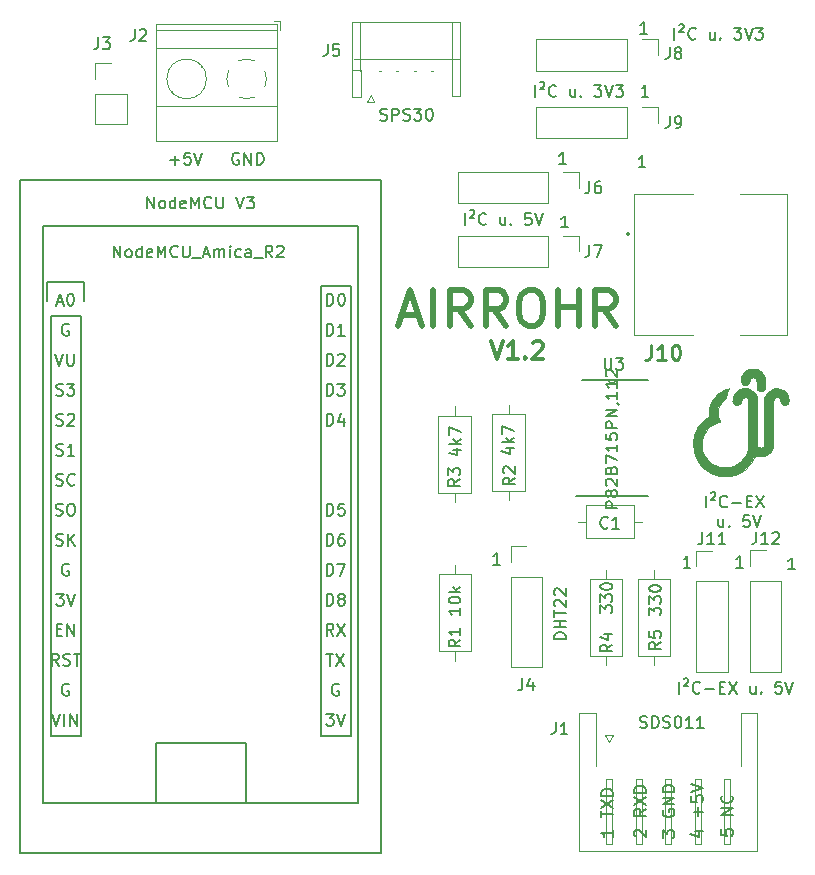
<source format=gbr>
G04 #@! TF.GenerationSoftware,KiCad,Pcbnew,(5.1.4)-1*
G04 #@! TF.CreationDate,2019-11-17T22:20:53+01:00*
G04 #@! TF.ProjectId,Airrohr_pcb,41697272-6f68-4725-9f70-63622e6b6963,rev?*
G04 #@! TF.SameCoordinates,Original*
G04 #@! TF.FileFunction,Legend,Top*
G04 #@! TF.FilePolarity,Positive*
%FSLAX46Y46*%
G04 Gerber Fmt 4.6, Leading zero omitted, Abs format (unit mm)*
G04 Created by KiCad (PCBNEW (5.1.4)-1) date 2019-11-17 22:20:53*
%MOMM*%
%LPD*%
G04 APERTURE LIST*
%ADD10C,0.150000*%
%ADD11C,0.300000*%
%ADD12C,0.500000*%
%ADD13C,0.120000*%
%ADD14C,0.100000*%
%ADD15C,0.200000*%
%ADD16C,0.010000*%
%ADD17C,0.152400*%
%ADD18C,0.254000*%
G04 APERTURE END LIST*
D10*
X180048304Y-35453580D02*
X180048304Y-34453580D01*
X180476876Y-34215485D02*
X180572114Y-34167866D01*
X180714971Y-34167866D01*
X180810209Y-34215485D01*
X180857828Y-34310723D01*
X180857828Y-34405961D01*
X180810209Y-34501200D01*
X180476876Y-34834533D01*
X180857828Y-34834533D01*
X181857828Y-35358342D02*
X181810209Y-35405961D01*
X181667352Y-35453580D01*
X181572114Y-35453580D01*
X181429257Y-35405961D01*
X181334019Y-35310723D01*
X181286400Y-35215485D01*
X181238780Y-35025009D01*
X181238780Y-34882152D01*
X181286400Y-34691676D01*
X181334019Y-34596438D01*
X181429257Y-34501200D01*
X181572114Y-34453580D01*
X181667352Y-34453580D01*
X181810209Y-34501200D01*
X181857828Y-34548819D01*
X183476876Y-34786914D02*
X183476876Y-35453580D01*
X183048304Y-34786914D02*
X183048304Y-35310723D01*
X183095923Y-35405961D01*
X183191161Y-35453580D01*
X183334019Y-35453580D01*
X183429257Y-35405961D01*
X183476876Y-35358342D01*
X183953066Y-35358342D02*
X184000685Y-35405961D01*
X183953066Y-35453580D01*
X183905447Y-35405961D01*
X183953066Y-35358342D01*
X183953066Y-35453580D01*
X185667352Y-34453580D02*
X185191161Y-34453580D01*
X185143542Y-34929771D01*
X185191161Y-34882152D01*
X185286400Y-34834533D01*
X185524495Y-34834533D01*
X185619733Y-34882152D01*
X185667352Y-34929771D01*
X185714971Y-35025009D01*
X185714971Y-35263104D01*
X185667352Y-35358342D01*
X185619733Y-35405961D01*
X185524495Y-35453580D01*
X185286400Y-35453580D01*
X185191161Y-35405961D01*
X185143542Y-35358342D01*
X186000685Y-34453580D02*
X186334019Y-35453580D01*
X186667352Y-34453580D01*
X188804514Y-35656780D02*
X188233085Y-35656780D01*
X188518800Y-35656780D02*
X188518800Y-34656780D01*
X188423561Y-34799638D01*
X188328323Y-34894876D01*
X188233085Y-34942495D01*
X188626714Y-30297380D02*
X188055285Y-30297380D01*
X188341000Y-30297380D02*
X188341000Y-29297380D01*
X188245761Y-29440238D01*
X188150523Y-29535476D01*
X188055285Y-29583095D01*
X195611714Y-24582380D02*
X195040285Y-24582380D01*
X195326000Y-24582380D02*
X195326000Y-23582380D01*
X195230761Y-23725238D01*
X195135523Y-23820476D01*
X195040285Y-23868095D01*
X208032314Y-64612780D02*
X207460885Y-64612780D01*
X207746600Y-64612780D02*
X207746600Y-63612780D01*
X207651361Y-63755638D01*
X207556123Y-63850876D01*
X207460885Y-63898495D01*
X195357714Y-30551380D02*
X194786285Y-30551380D01*
X195072000Y-30551380D02*
X195072000Y-29551380D01*
X194976761Y-29694238D01*
X194881523Y-29789476D01*
X194786285Y-29837095D01*
X185972914Y-24607780D02*
X185972914Y-23607780D01*
X186401485Y-23369685D02*
X186496723Y-23322066D01*
X186639580Y-23322066D01*
X186734819Y-23369685D01*
X186782438Y-23464923D01*
X186782438Y-23560161D01*
X186734819Y-23655400D01*
X186401485Y-23988733D01*
X186782438Y-23988733D01*
X187782438Y-24512542D02*
X187734819Y-24560161D01*
X187591961Y-24607780D01*
X187496723Y-24607780D01*
X187353866Y-24560161D01*
X187258628Y-24464923D01*
X187211009Y-24369685D01*
X187163390Y-24179209D01*
X187163390Y-24036352D01*
X187211009Y-23845876D01*
X187258628Y-23750638D01*
X187353866Y-23655400D01*
X187496723Y-23607780D01*
X187591961Y-23607780D01*
X187734819Y-23655400D01*
X187782438Y-23703019D01*
X189401485Y-23941114D02*
X189401485Y-24607780D01*
X188972914Y-23941114D02*
X188972914Y-24464923D01*
X189020533Y-24560161D01*
X189115771Y-24607780D01*
X189258628Y-24607780D01*
X189353866Y-24560161D01*
X189401485Y-24512542D01*
X189877676Y-24512542D02*
X189925295Y-24560161D01*
X189877676Y-24607780D01*
X189830057Y-24560161D01*
X189877676Y-24512542D01*
X189877676Y-24607780D01*
X191020533Y-23607780D02*
X191639580Y-23607780D01*
X191306247Y-23988733D01*
X191449104Y-23988733D01*
X191544342Y-24036352D01*
X191591961Y-24083971D01*
X191639580Y-24179209D01*
X191639580Y-24417304D01*
X191591961Y-24512542D01*
X191544342Y-24560161D01*
X191449104Y-24607780D01*
X191163390Y-24607780D01*
X191068152Y-24560161D01*
X191020533Y-24512542D01*
X191925295Y-23607780D02*
X192258628Y-24607780D01*
X192591961Y-23607780D01*
X192830057Y-23607780D02*
X193449104Y-23607780D01*
X193115771Y-23988733D01*
X193258628Y-23988733D01*
X193353866Y-24036352D01*
X193401485Y-24083971D01*
X193449104Y-24179209D01*
X193449104Y-24417304D01*
X193401485Y-24512542D01*
X193353866Y-24560161D01*
X193258628Y-24607780D01*
X192972914Y-24607780D01*
X192877676Y-24560161D01*
X192830057Y-24512542D01*
X199556714Y-86804285D02*
X200223380Y-86804285D01*
X199175761Y-87042380D02*
X199890047Y-87280476D01*
X199890047Y-86661428D01*
X199842428Y-85518571D02*
X199842428Y-84756666D01*
X200223380Y-85137619D02*
X199461476Y-85137619D01*
X199223380Y-83804285D02*
X199223380Y-84280476D01*
X199699571Y-84328095D01*
X199651952Y-84280476D01*
X199604333Y-84185238D01*
X199604333Y-83947142D01*
X199651952Y-83851904D01*
X199699571Y-83804285D01*
X199794809Y-83756666D01*
X200032904Y-83756666D01*
X200128142Y-83804285D01*
X200175761Y-83851904D01*
X200223380Y-83947142D01*
X200223380Y-84185238D01*
X200175761Y-84280476D01*
X200128142Y-84328095D01*
X199223380Y-83470952D02*
X200223380Y-83137619D01*
X199223380Y-82804285D01*
D11*
X182270685Y-45279571D02*
X182770685Y-46779571D01*
X183270685Y-45279571D01*
X184556400Y-46779571D02*
X183699257Y-46779571D01*
X184127828Y-46779571D02*
X184127828Y-45279571D01*
X183984971Y-45493857D01*
X183842114Y-45636714D01*
X183699257Y-45708142D01*
X185199257Y-46636714D02*
X185270685Y-46708142D01*
X185199257Y-46779571D01*
X185127828Y-46708142D01*
X185199257Y-46636714D01*
X185199257Y-46779571D01*
X185842114Y-45422428D02*
X185913542Y-45351000D01*
X186056400Y-45279571D01*
X186413542Y-45279571D01*
X186556400Y-45351000D01*
X186627828Y-45422428D01*
X186699257Y-45565285D01*
X186699257Y-45708142D01*
X186627828Y-45922428D01*
X185770685Y-46779571D01*
X186699257Y-46779571D01*
D10*
X183038714Y-64206380D02*
X182467285Y-64206380D01*
X182753000Y-64206380D02*
X182753000Y-63206380D01*
X182657761Y-63349238D01*
X182562523Y-63444476D01*
X182467285Y-63492095D01*
X203612714Y-64460380D02*
X203041285Y-64460380D01*
X203327000Y-64460380D02*
X203327000Y-63460380D01*
X203231761Y-63603238D01*
X203136523Y-63698476D01*
X203041285Y-63746095D01*
X199167714Y-64460380D02*
X198596285Y-64460380D01*
X198882000Y-64460380D02*
X198882000Y-63460380D01*
X198786761Y-63603238D01*
X198691523Y-63698476D01*
X198596285Y-63746095D01*
X195484714Y-19248380D02*
X194913285Y-19248380D01*
X195199000Y-19248380D02*
X195199000Y-18248380D01*
X195103761Y-18391238D01*
X195008523Y-18486476D01*
X194913285Y-18534095D01*
D12*
X174697571Y-43121200D02*
X176126142Y-43121200D01*
X174411857Y-43978342D02*
X175411857Y-40978342D01*
X176411857Y-43978342D01*
X177411857Y-43978342D02*
X177411857Y-40978342D01*
X180554714Y-43978342D02*
X179554714Y-42549771D01*
X178840428Y-43978342D02*
X178840428Y-40978342D01*
X179983285Y-40978342D01*
X180269000Y-41121200D01*
X180411857Y-41264057D01*
X180554714Y-41549771D01*
X180554714Y-41978342D01*
X180411857Y-42264057D01*
X180269000Y-42406914D01*
X179983285Y-42549771D01*
X178840428Y-42549771D01*
X183554714Y-43978342D02*
X182554714Y-42549771D01*
X181840428Y-43978342D02*
X181840428Y-40978342D01*
X182983285Y-40978342D01*
X183269000Y-41121200D01*
X183411857Y-41264057D01*
X183554714Y-41549771D01*
X183554714Y-41978342D01*
X183411857Y-42264057D01*
X183269000Y-42406914D01*
X182983285Y-42549771D01*
X181840428Y-42549771D01*
X185411857Y-40978342D02*
X185983285Y-40978342D01*
X186269000Y-41121200D01*
X186554714Y-41406914D01*
X186697571Y-41978342D01*
X186697571Y-42978342D01*
X186554714Y-43549771D01*
X186269000Y-43835485D01*
X185983285Y-43978342D01*
X185411857Y-43978342D01*
X185126142Y-43835485D01*
X184840428Y-43549771D01*
X184697571Y-42978342D01*
X184697571Y-41978342D01*
X184840428Y-41406914D01*
X185126142Y-41121200D01*
X185411857Y-40978342D01*
X187983285Y-43978342D02*
X187983285Y-40978342D01*
X187983285Y-42406914D02*
X189697571Y-42406914D01*
X189697571Y-43978342D02*
X189697571Y-40978342D01*
X192840428Y-43978342D02*
X191840428Y-42549771D01*
X191126142Y-43978342D02*
X191126142Y-40978342D01*
X192269000Y-40978342D01*
X192554714Y-41121200D01*
X192697571Y-41264057D01*
X192840428Y-41549771D01*
X192840428Y-41978342D01*
X192697571Y-42264057D01*
X192554714Y-42406914D01*
X192269000Y-42549771D01*
X191126142Y-42549771D01*
D10*
X200466676Y-59368180D02*
X200466676Y-58368180D01*
X200895247Y-58130085D02*
X200990485Y-58082466D01*
X201133342Y-58082466D01*
X201228580Y-58130085D01*
X201276200Y-58225323D01*
X201276200Y-58320561D01*
X201228580Y-58415800D01*
X200895247Y-58749133D01*
X201276200Y-58749133D01*
X202276200Y-59272942D02*
X202228580Y-59320561D01*
X202085723Y-59368180D01*
X201990485Y-59368180D01*
X201847628Y-59320561D01*
X201752390Y-59225323D01*
X201704771Y-59130085D01*
X201657152Y-58939609D01*
X201657152Y-58796752D01*
X201704771Y-58606276D01*
X201752390Y-58511038D01*
X201847628Y-58415800D01*
X201990485Y-58368180D01*
X202085723Y-58368180D01*
X202228580Y-58415800D01*
X202276200Y-58463419D01*
X202704771Y-58987228D02*
X203466676Y-58987228D01*
X203942866Y-58844371D02*
X204276200Y-58844371D01*
X204419057Y-59368180D02*
X203942866Y-59368180D01*
X203942866Y-58368180D01*
X204419057Y-58368180D01*
X204752390Y-58368180D02*
X205419057Y-59368180D01*
X205419057Y-58368180D02*
X204752390Y-59368180D01*
X201966676Y-60351514D02*
X201966676Y-61018180D01*
X201538104Y-60351514D02*
X201538104Y-60875323D01*
X201585723Y-60970561D01*
X201680961Y-61018180D01*
X201823819Y-61018180D01*
X201919057Y-60970561D01*
X201966676Y-60922942D01*
X202442866Y-60922942D02*
X202490485Y-60970561D01*
X202442866Y-61018180D01*
X202395247Y-60970561D01*
X202442866Y-60922942D01*
X202442866Y-61018180D01*
X204157152Y-60018180D02*
X203680961Y-60018180D01*
X203633342Y-60494371D01*
X203680961Y-60446752D01*
X203776200Y-60399133D01*
X204014295Y-60399133D01*
X204109533Y-60446752D01*
X204157152Y-60494371D01*
X204204771Y-60589609D01*
X204204771Y-60827704D01*
X204157152Y-60922942D01*
X204109533Y-60970561D01*
X204014295Y-61018180D01*
X203776200Y-61018180D01*
X203680961Y-60970561D01*
X203633342Y-60922942D01*
X204490485Y-60018180D02*
X204823819Y-61018180D01*
X205157152Y-60018180D01*
X198160285Y-75128380D02*
X198160285Y-74128380D01*
X198588857Y-73890285D02*
X198684095Y-73842666D01*
X198826952Y-73842666D01*
X198922190Y-73890285D01*
X198969809Y-73985523D01*
X198969809Y-74080761D01*
X198922190Y-74176000D01*
X198588857Y-74509333D01*
X198969809Y-74509333D01*
X199969809Y-75033142D02*
X199922190Y-75080761D01*
X199779333Y-75128380D01*
X199684095Y-75128380D01*
X199541238Y-75080761D01*
X199446000Y-74985523D01*
X199398380Y-74890285D01*
X199350761Y-74699809D01*
X199350761Y-74556952D01*
X199398380Y-74366476D01*
X199446000Y-74271238D01*
X199541238Y-74176000D01*
X199684095Y-74128380D01*
X199779333Y-74128380D01*
X199922190Y-74176000D01*
X199969809Y-74223619D01*
X200398380Y-74747428D02*
X201160285Y-74747428D01*
X201636476Y-74604571D02*
X201969809Y-74604571D01*
X202112666Y-75128380D02*
X201636476Y-75128380D01*
X201636476Y-74128380D01*
X202112666Y-74128380D01*
X202446000Y-74128380D02*
X203112666Y-75128380D01*
X203112666Y-74128380D02*
X202446000Y-75128380D01*
X204684095Y-74461714D02*
X204684095Y-75128380D01*
X204255523Y-74461714D02*
X204255523Y-74985523D01*
X204303142Y-75080761D01*
X204398380Y-75128380D01*
X204541238Y-75128380D01*
X204636476Y-75080761D01*
X204684095Y-75033142D01*
X205160285Y-75033142D02*
X205207904Y-75080761D01*
X205160285Y-75128380D01*
X205112666Y-75080761D01*
X205160285Y-75033142D01*
X205160285Y-75128380D01*
X206874571Y-74128380D02*
X206398380Y-74128380D01*
X206350761Y-74604571D01*
X206398380Y-74556952D01*
X206493619Y-74509333D01*
X206731714Y-74509333D01*
X206826952Y-74556952D01*
X206874571Y-74604571D01*
X206922190Y-74699809D01*
X206922190Y-74937904D01*
X206874571Y-75033142D01*
X206826952Y-75080761D01*
X206731714Y-75128380D01*
X206493619Y-75128380D01*
X206398380Y-75080761D01*
X206350761Y-75033142D01*
X207207904Y-74128380D02*
X207541238Y-75128380D01*
X207874571Y-74128380D01*
X197809314Y-19756380D02*
X197809314Y-18756380D01*
X198237885Y-18518285D02*
X198333123Y-18470666D01*
X198475980Y-18470666D01*
X198571219Y-18518285D01*
X198618838Y-18613523D01*
X198618838Y-18708761D01*
X198571219Y-18804000D01*
X198237885Y-19137333D01*
X198618838Y-19137333D01*
X199618838Y-19661142D02*
X199571219Y-19708761D01*
X199428361Y-19756380D01*
X199333123Y-19756380D01*
X199190266Y-19708761D01*
X199095028Y-19613523D01*
X199047409Y-19518285D01*
X198999790Y-19327809D01*
X198999790Y-19184952D01*
X199047409Y-18994476D01*
X199095028Y-18899238D01*
X199190266Y-18804000D01*
X199333123Y-18756380D01*
X199428361Y-18756380D01*
X199571219Y-18804000D01*
X199618838Y-18851619D01*
X201237885Y-19089714D02*
X201237885Y-19756380D01*
X200809314Y-19089714D02*
X200809314Y-19613523D01*
X200856933Y-19708761D01*
X200952171Y-19756380D01*
X201095028Y-19756380D01*
X201190266Y-19708761D01*
X201237885Y-19661142D01*
X201714076Y-19661142D02*
X201761695Y-19708761D01*
X201714076Y-19756380D01*
X201666457Y-19708761D01*
X201714076Y-19661142D01*
X201714076Y-19756380D01*
X202856933Y-18756380D02*
X203475980Y-18756380D01*
X203142647Y-19137333D01*
X203285504Y-19137333D01*
X203380742Y-19184952D01*
X203428361Y-19232571D01*
X203475980Y-19327809D01*
X203475980Y-19565904D01*
X203428361Y-19661142D01*
X203380742Y-19708761D01*
X203285504Y-19756380D01*
X202999790Y-19756380D01*
X202904552Y-19708761D01*
X202856933Y-19661142D01*
X203761695Y-18756380D02*
X204095028Y-19756380D01*
X204428361Y-18756380D01*
X204666457Y-18756380D02*
X205285504Y-18756380D01*
X204952171Y-19137333D01*
X205095028Y-19137333D01*
X205190266Y-19184952D01*
X205237885Y-19232571D01*
X205285504Y-19327809D01*
X205285504Y-19565904D01*
X205237885Y-19661142D01*
X205190266Y-19708761D01*
X205095028Y-19756380D01*
X204809314Y-19756380D01*
X204714076Y-19708761D01*
X204666457Y-19661142D01*
X172918714Y-26566761D02*
X173061571Y-26614380D01*
X173299666Y-26614380D01*
X173394904Y-26566761D01*
X173442523Y-26519142D01*
X173490142Y-26423904D01*
X173490142Y-26328666D01*
X173442523Y-26233428D01*
X173394904Y-26185809D01*
X173299666Y-26138190D01*
X173109190Y-26090571D01*
X173013952Y-26042952D01*
X172966333Y-25995333D01*
X172918714Y-25900095D01*
X172918714Y-25804857D01*
X172966333Y-25709619D01*
X173013952Y-25662000D01*
X173109190Y-25614380D01*
X173347285Y-25614380D01*
X173490142Y-25662000D01*
X173918714Y-26614380D02*
X173918714Y-25614380D01*
X174299666Y-25614380D01*
X174394904Y-25662000D01*
X174442523Y-25709619D01*
X174490142Y-25804857D01*
X174490142Y-25947714D01*
X174442523Y-26042952D01*
X174394904Y-26090571D01*
X174299666Y-26138190D01*
X173918714Y-26138190D01*
X174871095Y-26566761D02*
X175013952Y-26614380D01*
X175252047Y-26614380D01*
X175347285Y-26566761D01*
X175394904Y-26519142D01*
X175442523Y-26423904D01*
X175442523Y-26328666D01*
X175394904Y-26233428D01*
X175347285Y-26185809D01*
X175252047Y-26138190D01*
X175061571Y-26090571D01*
X174966333Y-26042952D01*
X174918714Y-25995333D01*
X174871095Y-25900095D01*
X174871095Y-25804857D01*
X174918714Y-25709619D01*
X174966333Y-25662000D01*
X175061571Y-25614380D01*
X175299666Y-25614380D01*
X175442523Y-25662000D01*
X175775857Y-25614380D02*
X176394904Y-25614380D01*
X176061571Y-25995333D01*
X176204428Y-25995333D01*
X176299666Y-26042952D01*
X176347285Y-26090571D01*
X176394904Y-26185809D01*
X176394904Y-26423904D01*
X176347285Y-26519142D01*
X176299666Y-26566761D01*
X176204428Y-26614380D01*
X175918714Y-26614380D01*
X175823476Y-26566761D01*
X175775857Y-26519142D01*
X177013952Y-25614380D02*
X177109190Y-25614380D01*
X177204428Y-25662000D01*
X177252047Y-25709619D01*
X177299666Y-25804857D01*
X177347285Y-25995333D01*
X177347285Y-26233428D01*
X177299666Y-26423904D01*
X177252047Y-26519142D01*
X177204428Y-26566761D01*
X177109190Y-26614380D01*
X177013952Y-26614380D01*
X176918714Y-26566761D01*
X176871095Y-26519142D01*
X176823476Y-26423904D01*
X176775857Y-26233428D01*
X176775857Y-25995333D01*
X176823476Y-25804857D01*
X176871095Y-25709619D01*
X176918714Y-25662000D01*
X177013952Y-25614380D01*
X188615580Y-70521247D02*
X187615580Y-70521247D01*
X187615580Y-70283152D01*
X187663200Y-70140295D01*
X187758438Y-70045057D01*
X187853676Y-69997438D01*
X188044152Y-69949819D01*
X188187009Y-69949819D01*
X188377485Y-69997438D01*
X188472723Y-70045057D01*
X188567961Y-70140295D01*
X188615580Y-70283152D01*
X188615580Y-70521247D01*
X188615580Y-69521247D02*
X187615580Y-69521247D01*
X188091771Y-69521247D02*
X188091771Y-68949819D01*
X188615580Y-68949819D02*
X187615580Y-68949819D01*
X187615580Y-68616485D02*
X187615580Y-68045057D01*
X188615580Y-68330771D02*
X187615580Y-68330771D01*
X187710819Y-67759342D02*
X187663200Y-67711723D01*
X187615580Y-67616485D01*
X187615580Y-67378390D01*
X187663200Y-67283152D01*
X187710819Y-67235533D01*
X187806057Y-67187914D01*
X187901295Y-67187914D01*
X188044152Y-67235533D01*
X188615580Y-67806961D01*
X188615580Y-67187914D01*
X187710819Y-66806961D02*
X187663200Y-66759342D01*
X187615580Y-66664104D01*
X187615580Y-66426009D01*
X187663200Y-66330771D01*
X187710819Y-66283152D01*
X187806057Y-66235533D01*
X187901295Y-66235533D01*
X188044152Y-66283152D01*
X188615580Y-66854580D01*
X188615580Y-66235533D01*
X160934495Y-29395800D02*
X160839257Y-29348180D01*
X160696400Y-29348180D01*
X160553542Y-29395800D01*
X160458304Y-29491038D01*
X160410685Y-29586276D01*
X160363066Y-29776752D01*
X160363066Y-29919609D01*
X160410685Y-30110085D01*
X160458304Y-30205323D01*
X160553542Y-30300561D01*
X160696400Y-30348180D01*
X160791638Y-30348180D01*
X160934495Y-30300561D01*
X160982114Y-30252942D01*
X160982114Y-29919609D01*
X160791638Y-29919609D01*
X161410685Y-30348180D02*
X161410685Y-29348180D01*
X161982114Y-30348180D01*
X161982114Y-29348180D01*
X162458304Y-30348180D02*
X162458304Y-29348180D01*
X162696400Y-29348180D01*
X162839257Y-29395800D01*
X162934495Y-29491038D01*
X162982114Y-29586276D01*
X163029733Y-29776752D01*
X163029733Y-29919609D01*
X162982114Y-30110085D01*
X162934495Y-30205323D01*
X162839257Y-30300561D01*
X162696400Y-30348180D01*
X162458304Y-30348180D01*
X155127485Y-29967228D02*
X155889390Y-29967228D01*
X155508438Y-30348180D02*
X155508438Y-29586276D01*
X156841771Y-29348180D02*
X156365580Y-29348180D01*
X156317961Y-29824371D01*
X156365580Y-29776752D01*
X156460819Y-29729133D01*
X156698914Y-29729133D01*
X156794152Y-29776752D01*
X156841771Y-29824371D01*
X156889390Y-29919609D01*
X156889390Y-30157704D01*
X156841771Y-30252942D01*
X156794152Y-30300561D01*
X156698914Y-30348180D01*
X156460819Y-30348180D01*
X156365580Y-30300561D01*
X156317961Y-30252942D01*
X157175104Y-29348180D02*
X157508438Y-30348180D01*
X157841771Y-29348180D01*
X194492619Y-87232857D02*
X194445000Y-87185238D01*
X194397380Y-87090000D01*
X194397380Y-86851904D01*
X194445000Y-86756666D01*
X194492619Y-86709047D01*
X194587857Y-86661428D01*
X194683095Y-86661428D01*
X194825952Y-86709047D01*
X195397380Y-87280476D01*
X195397380Y-86661428D01*
X195397380Y-84899523D02*
X194921190Y-85232857D01*
X195397380Y-85470952D02*
X194397380Y-85470952D01*
X194397380Y-85090000D01*
X194445000Y-84994761D01*
X194492619Y-84947142D01*
X194587857Y-84899523D01*
X194730714Y-84899523D01*
X194825952Y-84947142D01*
X194873571Y-84994761D01*
X194921190Y-85090000D01*
X194921190Y-85470952D01*
X194397380Y-84566190D02*
X195397380Y-83899523D01*
X194397380Y-83899523D02*
X195397380Y-84566190D01*
X195397380Y-83518571D02*
X194397380Y-83518571D01*
X194397380Y-83280476D01*
X194445000Y-83137619D01*
X194540238Y-83042380D01*
X194635476Y-82994761D01*
X194825952Y-82947142D01*
X194968809Y-82947142D01*
X195159285Y-82994761D01*
X195254523Y-83042380D01*
X195349761Y-83137619D01*
X195397380Y-83280476D01*
X195397380Y-83518571D01*
X196810380Y-87328095D02*
X196810380Y-86709047D01*
X197191333Y-87042380D01*
X197191333Y-86899523D01*
X197238952Y-86804285D01*
X197286571Y-86756666D01*
X197381809Y-86709047D01*
X197619904Y-86709047D01*
X197715142Y-86756666D01*
X197762761Y-86804285D01*
X197810380Y-86899523D01*
X197810380Y-87185238D01*
X197762761Y-87280476D01*
X197715142Y-87328095D01*
X196858000Y-84994761D02*
X196810380Y-85090000D01*
X196810380Y-85232857D01*
X196858000Y-85375714D01*
X196953238Y-85470952D01*
X197048476Y-85518571D01*
X197238952Y-85566190D01*
X197381809Y-85566190D01*
X197572285Y-85518571D01*
X197667523Y-85470952D01*
X197762761Y-85375714D01*
X197810380Y-85232857D01*
X197810380Y-85137619D01*
X197762761Y-84994761D01*
X197715142Y-84947142D01*
X197381809Y-84947142D01*
X197381809Y-85137619D01*
X197810380Y-84518571D02*
X196810380Y-84518571D01*
X197810380Y-83947142D01*
X196810380Y-83947142D01*
X197810380Y-83470952D02*
X196810380Y-83470952D01*
X196810380Y-83232857D01*
X196858000Y-83090000D01*
X196953238Y-82994761D01*
X197048476Y-82947142D01*
X197238952Y-82899523D01*
X197381809Y-82899523D01*
X197572285Y-82947142D01*
X197667523Y-82994761D01*
X197762761Y-83090000D01*
X197810380Y-83232857D01*
X197810380Y-83470952D01*
X201763380Y-86637666D02*
X201763380Y-87113857D01*
X202239571Y-87161476D01*
X202191952Y-87113857D01*
X202144333Y-87018619D01*
X202144333Y-86780523D01*
X202191952Y-86685285D01*
X202239571Y-86637666D01*
X202334809Y-86590047D01*
X202572904Y-86590047D01*
X202668142Y-86637666D01*
X202715761Y-86685285D01*
X202763380Y-86780523D01*
X202763380Y-87018619D01*
X202715761Y-87113857D01*
X202668142Y-87161476D01*
X202763380Y-85399571D02*
X201763380Y-85399571D01*
X202763380Y-84828142D01*
X201763380Y-84828142D01*
X202668142Y-83780523D02*
X202715761Y-83828142D01*
X202763380Y-83971000D01*
X202763380Y-84066238D01*
X202715761Y-84209095D01*
X202620523Y-84304333D01*
X202525285Y-84351952D01*
X202334809Y-84399571D01*
X202191952Y-84399571D01*
X202001476Y-84351952D01*
X201906238Y-84304333D01*
X201811000Y-84209095D01*
X201763380Y-84066238D01*
X201763380Y-83971000D01*
X201811000Y-83828142D01*
X201858619Y-83780523D01*
X192603380Y-86669380D02*
X192603380Y-87240809D01*
X192603380Y-86955095D02*
X191603380Y-86955095D01*
X191746238Y-87050333D01*
X191841476Y-87145571D01*
X191889095Y-87240809D01*
X191603380Y-85621761D02*
X191603380Y-85050333D01*
X192603380Y-85336047D02*
X191603380Y-85336047D01*
X191603380Y-84812238D02*
X192603380Y-84145571D01*
X191603380Y-84145571D02*
X192603380Y-84812238D01*
X192603380Y-83764619D02*
X191603380Y-83764619D01*
X191603380Y-83526523D01*
X191651000Y-83383666D01*
X191746238Y-83288428D01*
X191841476Y-83240809D01*
X192031952Y-83193190D01*
X192174809Y-83193190D01*
X192365285Y-83240809D01*
X192460523Y-83288428D01*
X192555761Y-83383666D01*
X192603380Y-83526523D01*
X192603380Y-83764619D01*
X194921523Y-78001761D02*
X195064380Y-78049380D01*
X195302476Y-78049380D01*
X195397714Y-78001761D01*
X195445333Y-77954142D01*
X195492952Y-77858904D01*
X195492952Y-77763666D01*
X195445333Y-77668428D01*
X195397714Y-77620809D01*
X195302476Y-77573190D01*
X195112000Y-77525571D01*
X195016761Y-77477952D01*
X194969142Y-77430333D01*
X194921523Y-77335095D01*
X194921523Y-77239857D01*
X194969142Y-77144619D01*
X195016761Y-77097000D01*
X195112000Y-77049380D01*
X195350095Y-77049380D01*
X195492952Y-77097000D01*
X195921523Y-78049380D02*
X195921523Y-77049380D01*
X196159619Y-77049380D01*
X196302476Y-77097000D01*
X196397714Y-77192238D01*
X196445333Y-77287476D01*
X196492952Y-77477952D01*
X196492952Y-77620809D01*
X196445333Y-77811285D01*
X196397714Y-77906523D01*
X196302476Y-78001761D01*
X196159619Y-78049380D01*
X195921523Y-78049380D01*
X196873904Y-78001761D02*
X197016761Y-78049380D01*
X197254857Y-78049380D01*
X197350095Y-78001761D01*
X197397714Y-77954142D01*
X197445333Y-77858904D01*
X197445333Y-77763666D01*
X197397714Y-77668428D01*
X197350095Y-77620809D01*
X197254857Y-77573190D01*
X197064380Y-77525571D01*
X196969142Y-77477952D01*
X196921523Y-77430333D01*
X196873904Y-77335095D01*
X196873904Y-77239857D01*
X196921523Y-77144619D01*
X196969142Y-77097000D01*
X197064380Y-77049380D01*
X197302476Y-77049380D01*
X197445333Y-77097000D01*
X198064380Y-77049380D02*
X198159619Y-77049380D01*
X198254857Y-77097000D01*
X198302476Y-77144619D01*
X198350095Y-77239857D01*
X198397714Y-77430333D01*
X198397714Y-77668428D01*
X198350095Y-77858904D01*
X198302476Y-77954142D01*
X198254857Y-78001761D01*
X198159619Y-78049380D01*
X198064380Y-78049380D01*
X197969142Y-78001761D01*
X197921523Y-77954142D01*
X197873904Y-77858904D01*
X197826285Y-77668428D01*
X197826285Y-77430333D01*
X197873904Y-77239857D01*
X197921523Y-77144619D01*
X197969142Y-77097000D01*
X198064380Y-77049380D01*
X199350095Y-78049380D02*
X198778666Y-78049380D01*
X199064380Y-78049380D02*
X199064380Y-77049380D01*
X198969142Y-77192238D01*
X198873904Y-77287476D01*
X198778666Y-77335095D01*
X200302476Y-78049380D02*
X199731047Y-78049380D01*
X200016761Y-78049380D02*
X200016761Y-77049380D01*
X199921523Y-77192238D01*
X199826285Y-77287476D01*
X199731047Y-77335095D01*
D13*
X204206800Y-63008200D02*
X205536800Y-63008200D01*
X204206800Y-64338200D02*
X204206800Y-63008200D01*
X204206800Y-65608200D02*
X206866800Y-65608200D01*
X206866800Y-65608200D02*
X206866800Y-73288200D01*
X204206800Y-65608200D02*
X204206800Y-73288200D01*
X204206800Y-73288200D02*
X206866800Y-73288200D01*
X199660200Y-63033600D02*
X200990200Y-63033600D01*
X199660200Y-64363600D02*
X199660200Y-63033600D01*
X199660200Y-65633600D02*
X202320200Y-65633600D01*
X202320200Y-65633600D02*
X202320200Y-73313600D01*
X199660200Y-65633600D02*
X199660200Y-73313600D01*
X199660200Y-73313600D02*
X202320200Y-73313600D01*
D14*
X199383800Y-44811200D02*
X194383800Y-44811200D01*
X194383800Y-44811200D02*
X194383800Y-32811200D01*
X194383800Y-32811200D02*
X199383800Y-32811200D01*
X203383800Y-44811200D02*
X207383800Y-44811200D01*
X207383800Y-44811200D02*
X207383800Y-32811200D01*
X207383800Y-32811200D02*
X203383800Y-32811200D01*
D15*
X193883800Y-36311200D02*
X193883800Y-36311200D01*
X193883800Y-36111200D02*
X193883800Y-36111200D01*
X193883800Y-36111200D02*
G75*
G03X193883800Y-36311200I0J-100000D01*
G01*
X193883800Y-36311200D02*
G75*
G03X193883800Y-36111200I0J100000D01*
G01*
D13*
X192578000Y-78672000D02*
X192278000Y-79272000D01*
X191978000Y-78672000D02*
X192578000Y-78672000D01*
X192278000Y-79272000D02*
X191978000Y-78672000D01*
X202528000Y-82372000D02*
X202028000Y-82372000D01*
X202528000Y-87872000D02*
X202528000Y-82372000D01*
X202028000Y-87872000D02*
X202528000Y-87872000D01*
X202028000Y-82372000D02*
X202028000Y-87872000D01*
X200028000Y-82372000D02*
X199528000Y-82372000D01*
X200028000Y-87872000D02*
X200028000Y-82372000D01*
X199528000Y-87872000D02*
X200028000Y-87872000D01*
X199528000Y-82372000D02*
X199528000Y-87872000D01*
X197528000Y-82372000D02*
X197028000Y-82372000D01*
X197528000Y-87872000D02*
X197528000Y-82372000D01*
X197028000Y-87872000D02*
X197528000Y-87872000D01*
X197028000Y-82372000D02*
X197028000Y-87872000D01*
X195028000Y-82372000D02*
X194528000Y-82372000D01*
X195028000Y-87872000D02*
X195028000Y-82372000D01*
X194528000Y-87872000D02*
X195028000Y-87872000D01*
X194528000Y-82372000D02*
X194528000Y-87872000D01*
X192528000Y-82372000D02*
X192028000Y-82372000D01*
X192528000Y-87872000D02*
X192528000Y-82372000D01*
X192028000Y-87872000D02*
X192528000Y-87872000D01*
X192028000Y-82372000D02*
X192028000Y-87872000D01*
X203418000Y-76762000D02*
X203418000Y-81262000D01*
X204838000Y-76762000D02*
X203418000Y-76762000D01*
X204838000Y-88482000D02*
X204838000Y-76762000D01*
X197278000Y-88482000D02*
X204838000Y-88482000D01*
X191138000Y-76762000D02*
X191138000Y-81262000D01*
X189718000Y-76762000D02*
X191138000Y-76762000D01*
X189718000Y-88482000D02*
X189718000Y-76762000D01*
X197278000Y-88482000D02*
X189718000Y-88482000D01*
X196402000Y-25467000D02*
X196402000Y-26797000D01*
X195072000Y-25467000D02*
X196402000Y-25467000D01*
X193802000Y-25467000D02*
X193802000Y-28127000D01*
X193802000Y-28127000D02*
X186122000Y-28127000D01*
X193802000Y-25467000D02*
X186122000Y-25467000D01*
X186122000Y-25467000D02*
X186122000Y-28127000D01*
X196402000Y-19752000D02*
X196402000Y-21082000D01*
X195072000Y-19752000D02*
X196402000Y-19752000D01*
X193802000Y-19752000D02*
X193802000Y-22412000D01*
X193802000Y-22412000D02*
X186122000Y-22412000D01*
X193802000Y-19752000D02*
X186122000Y-19752000D01*
X186122000Y-19752000D02*
X186122000Y-22412000D01*
D10*
X170408600Y-78689200D02*
X170408600Y-40589200D01*
X170408600Y-40589200D02*
X167868600Y-40589200D01*
X167868600Y-40589200D02*
X167868600Y-78689200D01*
X167868600Y-78689200D02*
X170408600Y-78689200D01*
X144728600Y-40309200D02*
X147828600Y-40309200D01*
X144728600Y-41859200D02*
X144728600Y-40309200D01*
X147548600Y-43129200D02*
X145008600Y-43129200D01*
X147828600Y-40309200D02*
X147828600Y-41859200D01*
X147548600Y-78689200D02*
X147548600Y-43129200D01*
X145008600Y-78689200D02*
X147548600Y-78689200D01*
X145008600Y-43129200D02*
X145008600Y-78689200D01*
X144373600Y-35509200D02*
X171043600Y-35509200D01*
X171043600Y-35509200D02*
X171043600Y-84404200D01*
X171043600Y-84404200D02*
X144373600Y-84404200D01*
X144373600Y-84404200D02*
X144373600Y-35509200D01*
X153898600Y-84404200D02*
X153898600Y-79324200D01*
X153898600Y-79324200D02*
X161518600Y-79324200D01*
X161518600Y-79324200D02*
X161518600Y-84404200D01*
X172933200Y-88653800D02*
X172933200Y-31653800D01*
X142433200Y-88653800D02*
X172933200Y-88653800D01*
X142433200Y-31653800D02*
X142433200Y-88653800D01*
X142933200Y-31653800D02*
X142433200Y-31653800D01*
X172933200Y-31653800D02*
X142933200Y-31653800D01*
D16*
G36*
X203443340Y-48415971D02*
G01*
X203481612Y-48299917D01*
X203589727Y-48073986D01*
X203729129Y-47893860D01*
X203911700Y-47744884D01*
X203953128Y-47718347D01*
X204020271Y-47683918D01*
X204099188Y-47661020D01*
X204206184Y-47646584D01*
X204357568Y-47637540D01*
X204388996Y-47636314D01*
X204592401Y-47634334D01*
X204749947Y-47648368D01*
X204878172Y-47682635D01*
X204993611Y-47741353D01*
X205098650Y-47817315D01*
X205196365Y-47898123D01*
X205264304Y-47965262D01*
X205319992Y-48039865D01*
X205380955Y-48143066D01*
X205405204Y-48186975D01*
X205440162Y-48254656D01*
X205464635Y-48317565D01*
X205480811Y-48389434D01*
X205490876Y-48483994D01*
X205497019Y-48614974D01*
X205501307Y-48790225D01*
X205502629Y-48957141D01*
X205499956Y-49105622D01*
X205493813Y-49221923D01*
X205484725Y-49292297D01*
X205481775Y-49301778D01*
X205405987Y-49405307D01*
X205292256Y-49474753D01*
X205158446Y-49506333D01*
X205022420Y-49496261D01*
X204902044Y-49440752D01*
X204886107Y-49427987D01*
X204848088Y-49392418D01*
X204822064Y-49354544D01*
X204804985Y-49301431D01*
X204793803Y-49220142D01*
X204785466Y-49097741D01*
X204779452Y-48975549D01*
X204765332Y-48760347D01*
X204743141Y-48600741D01*
X204708682Y-48488944D01*
X204657755Y-48417169D01*
X204586163Y-48377632D01*
X204489707Y-48362546D01*
X204448419Y-48361600D01*
X204328433Y-48388599D01*
X204235344Y-48460486D01*
X204183722Y-48563599D01*
X204177900Y-48615274D01*
X204159998Y-48714813D01*
X204122350Y-48799280D01*
X204036216Y-48909908D01*
X203943404Y-48970820D01*
X203822579Y-48994085D01*
X203775399Y-48995544D01*
X203673560Y-48991911D01*
X203607576Y-48971157D01*
X203549986Y-48920984D01*
X203513461Y-48878241D01*
X203438555Y-48747525D01*
X203415303Y-48595653D01*
X203443340Y-48415971D01*
X203443340Y-48415971D01*
G37*
X203443340Y-48415971D02*
X203481612Y-48299917D01*
X203589727Y-48073986D01*
X203729129Y-47893860D01*
X203911700Y-47744884D01*
X203953128Y-47718347D01*
X204020271Y-47683918D01*
X204099188Y-47661020D01*
X204206184Y-47646584D01*
X204357568Y-47637540D01*
X204388996Y-47636314D01*
X204592401Y-47634334D01*
X204749947Y-47648368D01*
X204878172Y-47682635D01*
X204993611Y-47741353D01*
X205098650Y-47817315D01*
X205196365Y-47898123D01*
X205264304Y-47965262D01*
X205319992Y-48039865D01*
X205380955Y-48143066D01*
X205405204Y-48186975D01*
X205440162Y-48254656D01*
X205464635Y-48317565D01*
X205480811Y-48389434D01*
X205490876Y-48483994D01*
X205497019Y-48614974D01*
X205501307Y-48790225D01*
X205502629Y-48957141D01*
X205499956Y-49105622D01*
X205493813Y-49221923D01*
X205484725Y-49292297D01*
X205481775Y-49301778D01*
X205405987Y-49405307D01*
X205292256Y-49474753D01*
X205158446Y-49506333D01*
X205022420Y-49496261D01*
X204902044Y-49440752D01*
X204886107Y-49427987D01*
X204848088Y-49392418D01*
X204822064Y-49354544D01*
X204804985Y-49301431D01*
X204793803Y-49220142D01*
X204785466Y-49097741D01*
X204779452Y-48975549D01*
X204765332Y-48760347D01*
X204743141Y-48600741D01*
X204708682Y-48488944D01*
X204657755Y-48417169D01*
X204586163Y-48377632D01*
X204489707Y-48362546D01*
X204448419Y-48361600D01*
X204328433Y-48388599D01*
X204235344Y-48460486D01*
X204183722Y-48563599D01*
X204177900Y-48615274D01*
X204159998Y-48714813D01*
X204122350Y-48799280D01*
X204036216Y-48909908D01*
X203943404Y-48970820D01*
X203822579Y-48994085D01*
X203775399Y-48995544D01*
X203673560Y-48991911D01*
X203607576Y-48971157D01*
X203549986Y-48920984D01*
X203513461Y-48878241D01*
X203438555Y-48747525D01*
X203415303Y-48595653D01*
X203443340Y-48415971D01*
G36*
X199423385Y-53737441D02*
G01*
X199446223Y-53488839D01*
X199482240Y-53274481D01*
X199529761Y-53105686D01*
X199558968Y-53038704D01*
X199591681Y-52968779D01*
X199605697Y-52924541D01*
X199605704Y-52924184D01*
X199620725Y-52887156D01*
X199660796Y-52809165D01*
X199718711Y-52703943D01*
X199751190Y-52647001D01*
X199898634Y-52424998D01*
X200081246Y-52201955D01*
X200281969Y-51996469D01*
X200483749Y-51827140D01*
X200538451Y-51788513D01*
X200741747Y-51651646D01*
X200740327Y-51348061D01*
X200746091Y-51157154D01*
X200763517Y-50969370D01*
X200790183Y-50801539D01*
X200823669Y-50670492D01*
X200845381Y-50617743D01*
X200873029Y-50561344D01*
X200915070Y-50471780D01*
X200941795Y-50413616D01*
X200985148Y-50334261D01*
X201051210Y-50231408D01*
X201130835Y-50117275D01*
X201214875Y-50004082D01*
X201294181Y-49904047D01*
X201359607Y-49829389D01*
X201402003Y-49792327D01*
X201408419Y-49790350D01*
X201445539Y-49770710D01*
X201505064Y-49722645D01*
X201513597Y-49714850D01*
X201598467Y-49650132D01*
X201720029Y-49574347D01*
X201859400Y-49497503D01*
X201997699Y-49429606D01*
X202116043Y-49380665D01*
X202177650Y-49362902D01*
X202276033Y-49338223D01*
X202358881Y-49307540D01*
X202360164Y-49306912D01*
X202424765Y-49284817D01*
X202448994Y-49304407D01*
X202433386Y-49368666D01*
X202388102Y-49462698D01*
X202300814Y-49634520D01*
X202241633Y-49772887D01*
X202203260Y-49897056D01*
X202181040Y-50009044D01*
X202151592Y-50130225D01*
X202105299Y-50205561D01*
X202078914Y-50227630D01*
X201909073Y-50361388D01*
X201769916Y-50510629D01*
X201649210Y-50690994D01*
X201534717Y-50918127D01*
X201529211Y-50930377D01*
X201514563Y-50994210D01*
X201503053Y-51103552D01*
X201496227Y-51240433D01*
X201495025Y-51327252D01*
X201498523Y-51500625D01*
X201512780Y-51633859D01*
X201543436Y-51750112D01*
X201596133Y-51872540D01*
X201655502Y-51985999D01*
X201691442Y-52057282D01*
X201688832Y-52092334D01*
X201638200Y-52109706D01*
X201587997Y-52118195D01*
X201465121Y-52153170D01*
X201311574Y-52218727D01*
X201145787Y-52305181D01*
X200986186Y-52402845D01*
X200851200Y-52502031D01*
X200840283Y-52511218D01*
X200663386Y-52682217D01*
X200504152Y-52873793D01*
X200378446Y-53065885D01*
X200336485Y-53148372D01*
X200291449Y-53245730D01*
X200253368Y-53325231D01*
X200240018Y-53351627D01*
X200205212Y-53452064D01*
X200177665Y-53600310D01*
X200158994Y-53780923D01*
X200150816Y-53978465D01*
X200154328Y-54169496D01*
X200189043Y-54476822D01*
X200263047Y-54747941D01*
X200381873Y-55000432D01*
X200450988Y-55111975D01*
X200543538Y-55233428D01*
X200663422Y-55365729D01*
X200795069Y-55493856D01*
X200922906Y-55602789D01*
X201031363Y-55677507D01*
X201044692Y-55684679D01*
X201116295Y-55724331D01*
X201159242Y-55753616D01*
X201161650Y-55756141D01*
X201203791Y-55782398D01*
X201289062Y-55820310D01*
X201399795Y-55863205D01*
X201518321Y-55904413D01*
X201626971Y-55937263D01*
X201669650Y-55947929D01*
X201800386Y-55967504D01*
X201962479Y-55977199D01*
X202141387Y-55977802D01*
X202322564Y-55970098D01*
X202491466Y-55954873D01*
X202633551Y-55932914D01*
X202734274Y-55905005D01*
X202765025Y-55888738D01*
X202814202Y-55862476D01*
X202893731Y-55828507D01*
X202907900Y-55823036D01*
X203129214Y-55711824D01*
X203349991Y-55551636D01*
X203556103Y-55355527D01*
X203733424Y-55136551D01*
X203841660Y-54960176D01*
X203887742Y-54872045D01*
X203927540Y-54791861D01*
X203961514Y-54714416D01*
X203990126Y-54634502D01*
X204013836Y-54546912D01*
X204033104Y-54446440D01*
X204048392Y-54327876D01*
X204060159Y-54186014D01*
X204068866Y-54015647D01*
X204074975Y-53811566D01*
X204078945Y-53568565D01*
X204081237Y-53281436D01*
X204082312Y-52944971D01*
X204082630Y-52553964D01*
X204082650Y-52235716D01*
X204082650Y-50212373D01*
X204004791Y-50128362D01*
X203933331Y-50070108D01*
X203846212Y-50046686D01*
X203788075Y-50044350D01*
X203656860Y-50066892D01*
X203564660Y-50136801D01*
X203507937Y-50257508D01*
X203492871Y-50330457D01*
X203439340Y-50488401D01*
X203373930Y-50576163D01*
X203304865Y-50639879D01*
X203237546Y-50670059D01*
X203142734Y-50678278D01*
X203115984Y-50678294D01*
X202975324Y-50661441D01*
X202873200Y-50605984D01*
X202793304Y-50501310D01*
X202767886Y-50451741D01*
X202741622Y-50390376D01*
X202730749Y-50336018D01*
X202735686Y-50269456D01*
X202756852Y-50171480D01*
X202775615Y-50097035D01*
X202869202Y-49837841D01*
X203004021Y-49626547D01*
X203178434Y-49464438D01*
X203390803Y-49352801D01*
X203639488Y-49292921D01*
X203813533Y-49282350D01*
X203937224Y-49285633D01*
X204034927Y-49294374D01*
X204090579Y-49306912D01*
X204097015Y-49311658D01*
X204138672Y-49339330D01*
X204203994Y-49360483D01*
X204292910Y-49400508D01*
X204402065Y-49478858D01*
X204515860Y-49581438D01*
X204618693Y-49694155D01*
X204694965Y-49802913D01*
X204696278Y-49805248D01*
X204725607Y-49859953D01*
X204750798Y-49914723D01*
X204772168Y-49974619D01*
X204790028Y-50044704D01*
X204804693Y-50130041D01*
X204816476Y-50235691D01*
X204825691Y-50366719D01*
X204832651Y-50528186D01*
X204837671Y-50725156D01*
X204841063Y-50962689D01*
X204843142Y-51245850D01*
X204844220Y-51579701D01*
X204844613Y-51969303D01*
X204844650Y-52200277D01*
X204844650Y-54130828D01*
X204922508Y-54214839D01*
X205024123Y-54281553D01*
X205147551Y-54300418D01*
X205271761Y-54270454D01*
X205331395Y-54233909D01*
X205413955Y-54168968D01*
X205422990Y-52114597D01*
X205432025Y-50060225D01*
X205538487Y-49862524D01*
X205687162Y-49645084D01*
X205867992Y-49476064D01*
X206072883Y-49356740D01*
X206293740Y-49288388D01*
X206522468Y-49272284D01*
X206750971Y-49309705D01*
X206971156Y-49401927D01*
X207174927Y-49550227D01*
X207223050Y-49596925D01*
X207351283Y-49755521D01*
X207432500Y-49926389D01*
X207472782Y-50125758D01*
X207479900Y-50282191D01*
X207477586Y-50404289D01*
X207466888Y-50482685D01*
X207442169Y-50537119D01*
X207397791Y-50587330D01*
X207390850Y-50594035D01*
X207318921Y-50649281D01*
X207237580Y-50674336D01*
X207142790Y-50679350D01*
X207008184Y-50660364D01*
X206905603Y-50598999D01*
X206828251Y-50488651D01*
X206769331Y-50322714D01*
X206767106Y-50314225D01*
X206732429Y-50206394D01*
X206692918Y-50121291D01*
X206664124Y-50084038D01*
X206588406Y-50055687D01*
X206481684Y-50045430D01*
X206374034Y-50053990D01*
X206306402Y-50075430D01*
X206280769Y-50091674D01*
X206258792Y-50114032D01*
X206240190Y-50147183D01*
X206224682Y-50195806D01*
X206211990Y-50264580D01*
X206201832Y-50358184D01*
X206193928Y-50481297D01*
X206187998Y-50638599D01*
X206183763Y-50834767D01*
X206180941Y-51074482D01*
X206179253Y-51362421D01*
X206178419Y-51703265D01*
X206178158Y-52101692D01*
X206178150Y-52217293D01*
X206178049Y-52640682D01*
X206177454Y-53005560D01*
X206175921Y-53316918D01*
X206173008Y-53579744D01*
X206168271Y-53799028D01*
X206161268Y-53979760D01*
X206151557Y-54126930D01*
X206138694Y-54245525D01*
X206122237Y-54340537D01*
X206101743Y-54416955D01*
X206076770Y-54479768D01*
X206046875Y-54533966D01*
X206011615Y-54584538D01*
X205970548Y-54636474D01*
X205962646Y-54646179D01*
X205841204Y-54785841D01*
X205738187Y-54880905D01*
X205640754Y-54942044D01*
X205574900Y-54968462D01*
X205493007Y-55000024D01*
X205437763Y-55029524D01*
X205433612Y-55032936D01*
X205380453Y-55051125D01*
X205282803Y-55060146D01*
X205158913Y-55060617D01*
X205027032Y-55053157D01*
X204905413Y-55038385D01*
X204812305Y-55016920D01*
X204797470Y-55011366D01*
X204721915Y-54982601D01*
X204676770Y-54970749D01*
X204672084Y-54971678D01*
X204656186Y-55003612D01*
X204622595Y-55075497D01*
X204592952Y-55140225D01*
X204456437Y-55394859D01*
X204282389Y-55649349D01*
X204083648Y-55888269D01*
X203873053Y-56096195D01*
X203663445Y-56257703D01*
X203661963Y-56258665D01*
X203581443Y-56311994D01*
X203525236Y-56351327D01*
X203511150Y-56362625D01*
X203476249Y-56383673D01*
X203400411Y-56422675D01*
X203304775Y-56468935D01*
X203196879Y-56520313D01*
X203105498Y-56564720D01*
X203055802Y-56589763D01*
X202946040Y-56629090D01*
X202786165Y-56661441D01*
X202589243Y-56686213D01*
X202368341Y-56702799D01*
X202136524Y-56710596D01*
X201906860Y-56708998D01*
X201692413Y-56697400D01*
X201506252Y-56675198D01*
X201447390Y-56664223D01*
X201102473Y-56560324D01*
X200769417Y-56399375D01*
X200455764Y-56187681D01*
X200169060Y-55931547D01*
X199916847Y-55637275D01*
X199706670Y-55311172D01*
X199618760Y-55136091D01*
X199532183Y-54917698D01*
X199471635Y-54692746D01*
X199434261Y-54445410D01*
X199417207Y-54159869D01*
X199415399Y-54008969D01*
X199423385Y-53737441D01*
X199423385Y-53737441D01*
G37*
X199423385Y-53737441D02*
X199446223Y-53488839D01*
X199482240Y-53274481D01*
X199529761Y-53105686D01*
X199558968Y-53038704D01*
X199591681Y-52968779D01*
X199605697Y-52924541D01*
X199605704Y-52924184D01*
X199620725Y-52887156D01*
X199660796Y-52809165D01*
X199718711Y-52703943D01*
X199751190Y-52647001D01*
X199898634Y-52424998D01*
X200081246Y-52201955D01*
X200281969Y-51996469D01*
X200483749Y-51827140D01*
X200538451Y-51788513D01*
X200741747Y-51651646D01*
X200740327Y-51348061D01*
X200746091Y-51157154D01*
X200763517Y-50969370D01*
X200790183Y-50801539D01*
X200823669Y-50670492D01*
X200845381Y-50617743D01*
X200873029Y-50561344D01*
X200915070Y-50471780D01*
X200941795Y-50413616D01*
X200985148Y-50334261D01*
X201051210Y-50231408D01*
X201130835Y-50117275D01*
X201214875Y-50004082D01*
X201294181Y-49904047D01*
X201359607Y-49829389D01*
X201402003Y-49792327D01*
X201408419Y-49790350D01*
X201445539Y-49770710D01*
X201505064Y-49722645D01*
X201513597Y-49714850D01*
X201598467Y-49650132D01*
X201720029Y-49574347D01*
X201859400Y-49497503D01*
X201997699Y-49429606D01*
X202116043Y-49380665D01*
X202177650Y-49362902D01*
X202276033Y-49338223D01*
X202358881Y-49307540D01*
X202360164Y-49306912D01*
X202424765Y-49284817D01*
X202448994Y-49304407D01*
X202433386Y-49368666D01*
X202388102Y-49462698D01*
X202300814Y-49634520D01*
X202241633Y-49772887D01*
X202203260Y-49897056D01*
X202181040Y-50009044D01*
X202151592Y-50130225D01*
X202105299Y-50205561D01*
X202078914Y-50227630D01*
X201909073Y-50361388D01*
X201769916Y-50510629D01*
X201649210Y-50690994D01*
X201534717Y-50918127D01*
X201529211Y-50930377D01*
X201514563Y-50994210D01*
X201503053Y-51103552D01*
X201496227Y-51240433D01*
X201495025Y-51327252D01*
X201498523Y-51500625D01*
X201512780Y-51633859D01*
X201543436Y-51750112D01*
X201596133Y-51872540D01*
X201655502Y-51985999D01*
X201691442Y-52057282D01*
X201688832Y-52092334D01*
X201638200Y-52109706D01*
X201587997Y-52118195D01*
X201465121Y-52153170D01*
X201311574Y-52218727D01*
X201145787Y-52305181D01*
X200986186Y-52402845D01*
X200851200Y-52502031D01*
X200840283Y-52511218D01*
X200663386Y-52682217D01*
X200504152Y-52873793D01*
X200378446Y-53065885D01*
X200336485Y-53148372D01*
X200291449Y-53245730D01*
X200253368Y-53325231D01*
X200240018Y-53351627D01*
X200205212Y-53452064D01*
X200177665Y-53600310D01*
X200158994Y-53780923D01*
X200150816Y-53978465D01*
X200154328Y-54169496D01*
X200189043Y-54476822D01*
X200263047Y-54747941D01*
X200381873Y-55000432D01*
X200450988Y-55111975D01*
X200543538Y-55233428D01*
X200663422Y-55365729D01*
X200795069Y-55493856D01*
X200922906Y-55602789D01*
X201031363Y-55677507D01*
X201044692Y-55684679D01*
X201116295Y-55724331D01*
X201159242Y-55753616D01*
X201161650Y-55756141D01*
X201203791Y-55782398D01*
X201289062Y-55820310D01*
X201399795Y-55863205D01*
X201518321Y-55904413D01*
X201626971Y-55937263D01*
X201669650Y-55947929D01*
X201800386Y-55967504D01*
X201962479Y-55977199D01*
X202141387Y-55977802D01*
X202322564Y-55970098D01*
X202491466Y-55954873D01*
X202633551Y-55932914D01*
X202734274Y-55905005D01*
X202765025Y-55888738D01*
X202814202Y-55862476D01*
X202893731Y-55828507D01*
X202907900Y-55823036D01*
X203129214Y-55711824D01*
X203349991Y-55551636D01*
X203556103Y-55355527D01*
X203733424Y-55136551D01*
X203841660Y-54960176D01*
X203887742Y-54872045D01*
X203927540Y-54791861D01*
X203961514Y-54714416D01*
X203990126Y-54634502D01*
X204013836Y-54546912D01*
X204033104Y-54446440D01*
X204048392Y-54327876D01*
X204060159Y-54186014D01*
X204068866Y-54015647D01*
X204074975Y-53811566D01*
X204078945Y-53568565D01*
X204081237Y-53281436D01*
X204082312Y-52944971D01*
X204082630Y-52553964D01*
X204082650Y-52235716D01*
X204082650Y-50212373D01*
X204004791Y-50128362D01*
X203933331Y-50070108D01*
X203846212Y-50046686D01*
X203788075Y-50044350D01*
X203656860Y-50066892D01*
X203564660Y-50136801D01*
X203507937Y-50257508D01*
X203492871Y-50330457D01*
X203439340Y-50488401D01*
X203373930Y-50576163D01*
X203304865Y-50639879D01*
X203237546Y-50670059D01*
X203142734Y-50678278D01*
X203115984Y-50678294D01*
X202975324Y-50661441D01*
X202873200Y-50605984D01*
X202793304Y-50501310D01*
X202767886Y-50451741D01*
X202741622Y-50390376D01*
X202730749Y-50336018D01*
X202735686Y-50269456D01*
X202756852Y-50171480D01*
X202775615Y-50097035D01*
X202869202Y-49837841D01*
X203004021Y-49626547D01*
X203178434Y-49464438D01*
X203390803Y-49352801D01*
X203639488Y-49292921D01*
X203813533Y-49282350D01*
X203937224Y-49285633D01*
X204034927Y-49294374D01*
X204090579Y-49306912D01*
X204097015Y-49311658D01*
X204138672Y-49339330D01*
X204203994Y-49360483D01*
X204292910Y-49400508D01*
X204402065Y-49478858D01*
X204515860Y-49581438D01*
X204618693Y-49694155D01*
X204694965Y-49802913D01*
X204696278Y-49805248D01*
X204725607Y-49859953D01*
X204750798Y-49914723D01*
X204772168Y-49974619D01*
X204790028Y-50044704D01*
X204804693Y-50130041D01*
X204816476Y-50235691D01*
X204825691Y-50366719D01*
X204832651Y-50528186D01*
X204837671Y-50725156D01*
X204841063Y-50962689D01*
X204843142Y-51245850D01*
X204844220Y-51579701D01*
X204844613Y-51969303D01*
X204844650Y-52200277D01*
X204844650Y-54130828D01*
X204922508Y-54214839D01*
X205024123Y-54281553D01*
X205147551Y-54300418D01*
X205271761Y-54270454D01*
X205331395Y-54233909D01*
X205413955Y-54168968D01*
X205422990Y-52114597D01*
X205432025Y-50060225D01*
X205538487Y-49862524D01*
X205687162Y-49645084D01*
X205867992Y-49476064D01*
X206072883Y-49356740D01*
X206293740Y-49288388D01*
X206522468Y-49272284D01*
X206750971Y-49309705D01*
X206971156Y-49401927D01*
X207174927Y-49550227D01*
X207223050Y-49596925D01*
X207351283Y-49755521D01*
X207432500Y-49926389D01*
X207472782Y-50125758D01*
X207479900Y-50282191D01*
X207477586Y-50404289D01*
X207466888Y-50482685D01*
X207442169Y-50537119D01*
X207397791Y-50587330D01*
X207390850Y-50594035D01*
X207318921Y-50649281D01*
X207237580Y-50674336D01*
X207142790Y-50679350D01*
X207008184Y-50660364D01*
X206905603Y-50598999D01*
X206828251Y-50488651D01*
X206769331Y-50322714D01*
X206767106Y-50314225D01*
X206732429Y-50206394D01*
X206692918Y-50121291D01*
X206664124Y-50084038D01*
X206588406Y-50055687D01*
X206481684Y-50045430D01*
X206374034Y-50053990D01*
X206306402Y-50075430D01*
X206280769Y-50091674D01*
X206258792Y-50114032D01*
X206240190Y-50147183D01*
X206224682Y-50195806D01*
X206211990Y-50264580D01*
X206201832Y-50358184D01*
X206193928Y-50481297D01*
X206187998Y-50638599D01*
X206183763Y-50834767D01*
X206180941Y-51074482D01*
X206179253Y-51362421D01*
X206178419Y-51703265D01*
X206178158Y-52101692D01*
X206178150Y-52217293D01*
X206178049Y-52640682D01*
X206177454Y-53005560D01*
X206175921Y-53316918D01*
X206173008Y-53579744D01*
X206168271Y-53799028D01*
X206161268Y-53979760D01*
X206151557Y-54126930D01*
X206138694Y-54245525D01*
X206122237Y-54340537D01*
X206101743Y-54416955D01*
X206076770Y-54479768D01*
X206046875Y-54533966D01*
X206011615Y-54584538D01*
X205970548Y-54636474D01*
X205962646Y-54646179D01*
X205841204Y-54785841D01*
X205738187Y-54880905D01*
X205640754Y-54942044D01*
X205574900Y-54968462D01*
X205493007Y-55000024D01*
X205437763Y-55029524D01*
X205433612Y-55032936D01*
X205380453Y-55051125D01*
X205282803Y-55060146D01*
X205158913Y-55060617D01*
X205027032Y-55053157D01*
X204905413Y-55038385D01*
X204812305Y-55016920D01*
X204797470Y-55011366D01*
X204721915Y-54982601D01*
X204676770Y-54970749D01*
X204672084Y-54971678D01*
X204656186Y-55003612D01*
X204622595Y-55075497D01*
X204592952Y-55140225D01*
X204456437Y-55394859D01*
X204282389Y-55649349D01*
X204083648Y-55888269D01*
X203873053Y-56096195D01*
X203663445Y-56257703D01*
X203661963Y-56258665D01*
X203581443Y-56311994D01*
X203525236Y-56351327D01*
X203511150Y-56362625D01*
X203476249Y-56383673D01*
X203400411Y-56422675D01*
X203304775Y-56468935D01*
X203196879Y-56520313D01*
X203105498Y-56564720D01*
X203055802Y-56589763D01*
X202946040Y-56629090D01*
X202786165Y-56661441D01*
X202589243Y-56686213D01*
X202368341Y-56702799D01*
X202136524Y-56710596D01*
X201906860Y-56708998D01*
X201692413Y-56697400D01*
X201506252Y-56675198D01*
X201447390Y-56664223D01*
X201102473Y-56560324D01*
X200769417Y-56399375D01*
X200455764Y-56187681D01*
X200169060Y-55931547D01*
X199916847Y-55637275D01*
X199706670Y-55311172D01*
X199618760Y-55136091D01*
X199532183Y-54917698D01*
X199471635Y-54692746D01*
X199434261Y-54445410D01*
X199417207Y-54159869D01*
X199415399Y-54008969D01*
X199423385Y-53737441D01*
D13*
X189747200Y-36363600D02*
X189747200Y-37693600D01*
X188417200Y-36363600D02*
X189747200Y-36363600D01*
X187147200Y-36363600D02*
X187147200Y-39023600D01*
X187147200Y-39023600D02*
X179467200Y-39023600D01*
X187147200Y-36363600D02*
X179467200Y-36363600D01*
X179467200Y-36363600D02*
X179467200Y-39023600D01*
X189747200Y-30978800D02*
X189747200Y-32308800D01*
X188417200Y-30978800D02*
X189747200Y-30978800D01*
X187147200Y-30978800D02*
X187147200Y-33638800D01*
X187147200Y-33638800D02*
X179467200Y-33638800D01*
X187147200Y-30978800D02*
X179467200Y-30978800D01*
X179467200Y-30978800D02*
X179467200Y-33638800D01*
X189628000Y-60579000D02*
X190318000Y-60579000D01*
X195048000Y-60579000D02*
X194358000Y-60579000D01*
X190318000Y-61999000D02*
X194358000Y-61999000D01*
X190318000Y-59159000D02*
X190318000Y-61999000D01*
X194358000Y-59159000D02*
X190318000Y-59159000D01*
X194358000Y-61999000D02*
X194358000Y-59159000D01*
D17*
X192836800Y-48564800D02*
G75*
G02X192227200Y-48564800I-304800J0D01*
G01*
X192227200Y-48564800D02*
X190017400Y-48564800D01*
X192836800Y-48564800D02*
X192227200Y-48564800D01*
X195605400Y-48564800D02*
X192836800Y-48564800D01*
X189458600Y-58369200D02*
X195605400Y-58369200D01*
D13*
X172385000Y-25087000D02*
X172085000Y-24487000D01*
X171785000Y-25087000D02*
X172385000Y-25087000D01*
X172085000Y-24487000D02*
X171785000Y-25087000D01*
X177235000Y-22447000D02*
X177395000Y-22447000D01*
X179585000Y-21397000D02*
X179265000Y-21397000D01*
X175745000Y-22427000D02*
X175905000Y-22427000D01*
X177405000Y-21397000D02*
X177085000Y-21397000D01*
X177085000Y-21397000D02*
X176765000Y-21397000D01*
X174265000Y-22407000D02*
X174425000Y-22407000D01*
X174905000Y-21397000D02*
X174585000Y-21397000D01*
X174585000Y-21397000D02*
X174265000Y-21397000D01*
X172785000Y-22407000D02*
X172965000Y-22407000D01*
X172405000Y-21397000D02*
X172085000Y-21397000D01*
X172085000Y-21397000D02*
X171765000Y-21397000D01*
X170695000Y-21397000D02*
X179645000Y-21397000D01*
X178995000Y-18297000D02*
X178985000Y-22367000D01*
X171195000Y-22317000D02*
X170555000Y-22317000D01*
X171225000Y-18317000D02*
X171225000Y-22387000D01*
X178985000Y-24527000D02*
X178985000Y-22327000D01*
X179635000Y-24567000D02*
X178985000Y-24567000D01*
X179645000Y-18297000D02*
X179655000Y-24567000D01*
X170525000Y-18297000D02*
X179645000Y-18297000D01*
X170535000Y-24587000D02*
X170535000Y-18297000D01*
X171245000Y-24597000D02*
X170535000Y-24597000D01*
X171245000Y-22347000D02*
X171245000Y-24547000D01*
X196088000Y-64667000D02*
X196088000Y-65437000D01*
X196088000Y-72747000D02*
X196088000Y-71977000D01*
X194718000Y-65437000D02*
X194718000Y-71977000D01*
X197458000Y-65437000D02*
X194718000Y-65437000D01*
X197458000Y-71977000D02*
X197458000Y-65437000D01*
X194718000Y-71977000D02*
X197458000Y-71977000D01*
X192024000Y-64667000D02*
X192024000Y-65437000D01*
X192024000Y-72747000D02*
X192024000Y-71977000D01*
X190654000Y-65437000D02*
X190654000Y-71977000D01*
X193394000Y-65437000D02*
X190654000Y-65437000D01*
X193394000Y-71977000D02*
X193394000Y-65437000D01*
X190654000Y-71977000D02*
X193394000Y-71977000D01*
X179197000Y-50824000D02*
X179197000Y-51594000D01*
X179197000Y-58904000D02*
X179197000Y-58134000D01*
X177827000Y-51594000D02*
X177827000Y-58134000D01*
X180567000Y-51594000D02*
X177827000Y-51594000D01*
X180567000Y-58134000D02*
X180567000Y-51594000D01*
X177827000Y-58134000D02*
X180567000Y-58134000D01*
X183769000Y-50697000D02*
X183769000Y-51467000D01*
X183769000Y-58777000D02*
X183769000Y-58007000D01*
X182399000Y-51467000D02*
X182399000Y-58007000D01*
X185139000Y-51467000D02*
X182399000Y-51467000D01*
X185139000Y-58007000D02*
X185139000Y-51467000D01*
X182399000Y-58007000D02*
X185139000Y-58007000D01*
X179247800Y-72340600D02*
X179247800Y-71570600D01*
X179247800Y-64260600D02*
X179247800Y-65030600D01*
X180617800Y-71570600D02*
X180617800Y-65030600D01*
X177877800Y-71570600D02*
X180617800Y-71570600D01*
X177877800Y-65030600D02*
X177877800Y-71570600D01*
X180617800Y-65030600D02*
X177877800Y-65030600D01*
X183937600Y-62627200D02*
X185267600Y-62627200D01*
X183937600Y-63957200D02*
X183937600Y-62627200D01*
X183937600Y-65227200D02*
X186597600Y-65227200D01*
X186597600Y-65227200D02*
X186597600Y-72907200D01*
X183937600Y-65227200D02*
X183937600Y-72907200D01*
X183937600Y-72907200D02*
X186597600Y-72907200D01*
X148784000Y-21733200D02*
X150114000Y-21733200D01*
X148784000Y-23063200D02*
X148784000Y-21733200D01*
X148784000Y-24333200D02*
X151444000Y-24333200D01*
X151444000Y-24333200D02*
X151444000Y-26933200D01*
X148784000Y-24333200D02*
X148784000Y-26933200D01*
X148784000Y-26933200D02*
X151444000Y-26933200D01*
X164434800Y-18188600D02*
X163934800Y-18188600D01*
X164434800Y-18928600D02*
X164434800Y-18188600D01*
X157741800Y-22065600D02*
X157788800Y-22019600D01*
X155444800Y-24363600D02*
X155479800Y-24327600D01*
X157548800Y-21849600D02*
X157583800Y-21814600D01*
X155239800Y-24157600D02*
X155286800Y-24111600D01*
X153914800Y-28349600D02*
X153914800Y-18428600D01*
X164194800Y-28349600D02*
X164194800Y-18428600D01*
X164194800Y-18428600D02*
X153914800Y-18428600D01*
X164194800Y-28349600D02*
X153914800Y-28349600D01*
X164194800Y-25389600D02*
X153914800Y-25389600D01*
X164194800Y-20488600D02*
X153914800Y-20488600D01*
X164194800Y-18988600D02*
X153914800Y-18988600D01*
X158194800Y-23088600D02*
G75*
G03X158194800Y-23088600I-1680000J0D01*
G01*
X161565995Y-21408347D02*
G75*
G02X162278800Y-21553600I28805J-1680253D01*
G01*
X163130226Y-22405558D02*
G75*
G02X163129800Y-23772600I-1535426J-683042D01*
G01*
X162277842Y-24624026D02*
G75*
G02X160910800Y-24623600I-683042J1535426D01*
G01*
X160059374Y-23771642D02*
G75*
G02X160059800Y-22404600I1535426J683042D01*
G01*
X160911482Y-21553844D02*
G75*
G02X161594800Y-21408600I683318J-1534756D01*
G01*
D10*
X204727276Y-61460580D02*
X204727276Y-62174866D01*
X204679657Y-62317723D01*
X204584419Y-62412961D01*
X204441561Y-62460580D01*
X204346323Y-62460580D01*
X205727276Y-62460580D02*
X205155847Y-62460580D01*
X205441561Y-62460580D02*
X205441561Y-61460580D01*
X205346323Y-61603438D01*
X205251085Y-61698676D01*
X205155847Y-61746295D01*
X206108228Y-61555819D02*
X206155847Y-61508200D01*
X206251085Y-61460580D01*
X206489180Y-61460580D01*
X206584419Y-61508200D01*
X206632038Y-61555819D01*
X206679657Y-61651057D01*
X206679657Y-61746295D01*
X206632038Y-61889152D01*
X206060609Y-62460580D01*
X206679657Y-62460580D01*
X200180676Y-61485980D02*
X200180676Y-62200266D01*
X200133057Y-62343123D01*
X200037819Y-62438361D01*
X199894961Y-62485980D01*
X199799723Y-62485980D01*
X201180676Y-62485980D02*
X200609247Y-62485980D01*
X200894961Y-62485980D02*
X200894961Y-61485980D01*
X200799723Y-61628838D01*
X200704485Y-61724076D01*
X200609247Y-61771695D01*
X202133057Y-62485980D02*
X201561628Y-62485980D01*
X201847342Y-62485980D02*
X201847342Y-61485980D01*
X201752104Y-61628838D01*
X201656866Y-61724076D01*
X201561628Y-61771695D01*
D18*
X195821904Y-45608723D02*
X195821904Y-46515866D01*
X195761428Y-46697295D01*
X195640476Y-46818247D01*
X195459047Y-46878723D01*
X195338095Y-46878723D01*
X197091904Y-46878723D02*
X196366190Y-46878723D01*
X196729047Y-46878723D02*
X196729047Y-45608723D01*
X196608095Y-45790152D01*
X196487142Y-45911104D01*
X196366190Y-45971580D01*
X197878095Y-45608723D02*
X197999047Y-45608723D01*
X198120000Y-45669200D01*
X198180476Y-45729676D01*
X198240952Y-45850628D01*
X198301428Y-46092533D01*
X198301428Y-46394914D01*
X198240952Y-46636819D01*
X198180476Y-46757771D01*
X198120000Y-46818247D01*
X197999047Y-46878723D01*
X197878095Y-46878723D01*
X197757142Y-46818247D01*
X197696666Y-46757771D01*
X197636190Y-46636819D01*
X197575714Y-46394914D01*
X197575714Y-46092533D01*
X197636190Y-45850628D01*
X197696666Y-45729676D01*
X197757142Y-45669200D01*
X197878095Y-45608723D01*
D10*
X187753666Y-77557380D02*
X187753666Y-78271666D01*
X187706047Y-78414523D01*
X187610809Y-78509761D01*
X187467952Y-78557380D01*
X187372714Y-78557380D01*
X188753666Y-78557380D02*
X188182238Y-78557380D01*
X188467952Y-78557380D02*
X188467952Y-77557380D01*
X188372714Y-77700238D01*
X188277476Y-77795476D01*
X188182238Y-77843095D01*
X197405666Y-26249380D02*
X197405666Y-26963666D01*
X197358047Y-27106523D01*
X197262809Y-27201761D01*
X197119952Y-27249380D01*
X197024714Y-27249380D01*
X197929476Y-27249380D02*
X198119952Y-27249380D01*
X198215190Y-27201761D01*
X198262809Y-27154142D01*
X198358047Y-27011285D01*
X198405666Y-26820809D01*
X198405666Y-26439857D01*
X198358047Y-26344619D01*
X198310428Y-26297000D01*
X198215190Y-26249380D01*
X198024714Y-26249380D01*
X197929476Y-26297000D01*
X197881857Y-26344619D01*
X197834238Y-26439857D01*
X197834238Y-26677952D01*
X197881857Y-26773190D01*
X197929476Y-26820809D01*
X198024714Y-26868428D01*
X198215190Y-26868428D01*
X198310428Y-26820809D01*
X198358047Y-26773190D01*
X198405666Y-26677952D01*
X197405666Y-20407380D02*
X197405666Y-21121666D01*
X197358047Y-21264523D01*
X197262809Y-21359761D01*
X197119952Y-21407380D01*
X197024714Y-21407380D01*
X198024714Y-20835952D02*
X197929476Y-20788333D01*
X197881857Y-20740714D01*
X197834238Y-20645476D01*
X197834238Y-20597857D01*
X197881857Y-20502619D01*
X197929476Y-20455000D01*
X198024714Y-20407380D01*
X198215190Y-20407380D01*
X198310428Y-20455000D01*
X198358047Y-20502619D01*
X198405666Y-20597857D01*
X198405666Y-20645476D01*
X198358047Y-20740714D01*
X198310428Y-20788333D01*
X198215190Y-20835952D01*
X198024714Y-20835952D01*
X197929476Y-20883571D01*
X197881857Y-20931190D01*
X197834238Y-21026428D01*
X197834238Y-21216904D01*
X197881857Y-21312142D01*
X197929476Y-21359761D01*
X198024714Y-21407380D01*
X198215190Y-21407380D01*
X198310428Y-21359761D01*
X198358047Y-21312142D01*
X198405666Y-21216904D01*
X198405666Y-21026428D01*
X198358047Y-20931190D01*
X198310428Y-20883571D01*
X198215190Y-20835952D01*
X150338733Y-38196780D02*
X150338733Y-37196780D01*
X150910161Y-38196780D01*
X150910161Y-37196780D01*
X151529209Y-38196780D02*
X151433971Y-38149161D01*
X151386352Y-38101542D01*
X151338733Y-38006304D01*
X151338733Y-37720590D01*
X151386352Y-37625352D01*
X151433971Y-37577733D01*
X151529209Y-37530114D01*
X151672066Y-37530114D01*
X151767304Y-37577733D01*
X151814923Y-37625352D01*
X151862542Y-37720590D01*
X151862542Y-38006304D01*
X151814923Y-38101542D01*
X151767304Y-38149161D01*
X151672066Y-38196780D01*
X151529209Y-38196780D01*
X152719685Y-38196780D02*
X152719685Y-37196780D01*
X152719685Y-38149161D02*
X152624447Y-38196780D01*
X152433971Y-38196780D01*
X152338733Y-38149161D01*
X152291114Y-38101542D01*
X152243495Y-38006304D01*
X152243495Y-37720590D01*
X152291114Y-37625352D01*
X152338733Y-37577733D01*
X152433971Y-37530114D01*
X152624447Y-37530114D01*
X152719685Y-37577733D01*
X153576828Y-38149161D02*
X153481590Y-38196780D01*
X153291114Y-38196780D01*
X153195876Y-38149161D01*
X153148257Y-38053923D01*
X153148257Y-37672971D01*
X153195876Y-37577733D01*
X153291114Y-37530114D01*
X153481590Y-37530114D01*
X153576828Y-37577733D01*
X153624447Y-37672971D01*
X153624447Y-37768209D01*
X153148257Y-37863447D01*
X154053019Y-38196780D02*
X154053019Y-37196780D01*
X154386352Y-37911066D01*
X154719685Y-37196780D01*
X154719685Y-38196780D01*
X155767304Y-38101542D02*
X155719685Y-38149161D01*
X155576828Y-38196780D01*
X155481590Y-38196780D01*
X155338733Y-38149161D01*
X155243495Y-38053923D01*
X155195876Y-37958685D01*
X155148257Y-37768209D01*
X155148257Y-37625352D01*
X155195876Y-37434876D01*
X155243495Y-37339638D01*
X155338733Y-37244400D01*
X155481590Y-37196780D01*
X155576828Y-37196780D01*
X155719685Y-37244400D01*
X155767304Y-37292019D01*
X156195876Y-37196780D02*
X156195876Y-38006304D01*
X156243495Y-38101542D01*
X156291114Y-38149161D01*
X156386352Y-38196780D01*
X156576828Y-38196780D01*
X156672066Y-38149161D01*
X156719685Y-38101542D01*
X156767304Y-38006304D01*
X156767304Y-37196780D01*
X157005400Y-38292019D02*
X157767304Y-38292019D01*
X157957780Y-37911066D02*
X158433971Y-37911066D01*
X157862542Y-38196780D02*
X158195876Y-37196780D01*
X158529209Y-38196780D01*
X158862542Y-38196780D02*
X158862542Y-37530114D01*
X158862542Y-37625352D02*
X158910161Y-37577733D01*
X159005400Y-37530114D01*
X159148257Y-37530114D01*
X159243495Y-37577733D01*
X159291114Y-37672971D01*
X159291114Y-38196780D01*
X159291114Y-37672971D02*
X159338733Y-37577733D01*
X159433971Y-37530114D01*
X159576828Y-37530114D01*
X159672066Y-37577733D01*
X159719685Y-37672971D01*
X159719685Y-38196780D01*
X160195876Y-38196780D02*
X160195876Y-37530114D01*
X160195876Y-37196780D02*
X160148257Y-37244400D01*
X160195876Y-37292019D01*
X160243495Y-37244400D01*
X160195876Y-37196780D01*
X160195876Y-37292019D01*
X161100638Y-38149161D02*
X161005400Y-38196780D01*
X160814923Y-38196780D01*
X160719685Y-38149161D01*
X160672066Y-38101542D01*
X160624447Y-38006304D01*
X160624447Y-37720590D01*
X160672066Y-37625352D01*
X160719685Y-37577733D01*
X160814923Y-37530114D01*
X161005400Y-37530114D01*
X161100638Y-37577733D01*
X161957780Y-38196780D02*
X161957780Y-37672971D01*
X161910161Y-37577733D01*
X161814923Y-37530114D01*
X161624447Y-37530114D01*
X161529209Y-37577733D01*
X161957780Y-38149161D02*
X161862542Y-38196780D01*
X161624447Y-38196780D01*
X161529209Y-38149161D01*
X161481590Y-38053923D01*
X161481590Y-37958685D01*
X161529209Y-37863447D01*
X161624447Y-37815828D01*
X161862542Y-37815828D01*
X161957780Y-37768209D01*
X162195876Y-38292019D02*
X162957780Y-38292019D01*
X163767304Y-38196780D02*
X163433971Y-37720590D01*
X163195876Y-38196780D02*
X163195876Y-37196780D01*
X163576828Y-37196780D01*
X163672066Y-37244400D01*
X163719685Y-37292019D01*
X163767304Y-37387257D01*
X163767304Y-37530114D01*
X163719685Y-37625352D01*
X163672066Y-37672971D01*
X163576828Y-37720590D01*
X163195876Y-37720590D01*
X164148257Y-37292019D02*
X164195876Y-37244400D01*
X164291114Y-37196780D01*
X164529209Y-37196780D01*
X164624447Y-37244400D01*
X164672066Y-37292019D01*
X164719685Y-37387257D01*
X164719685Y-37482495D01*
X164672066Y-37625352D01*
X164100638Y-38196780D01*
X164719685Y-38196780D01*
X153183200Y-34056580D02*
X153183200Y-33056580D01*
X153754628Y-34056580D01*
X153754628Y-33056580D01*
X154373676Y-34056580D02*
X154278438Y-34008961D01*
X154230819Y-33961342D01*
X154183200Y-33866104D01*
X154183200Y-33580390D01*
X154230819Y-33485152D01*
X154278438Y-33437533D01*
X154373676Y-33389914D01*
X154516533Y-33389914D01*
X154611771Y-33437533D01*
X154659390Y-33485152D01*
X154707009Y-33580390D01*
X154707009Y-33866104D01*
X154659390Y-33961342D01*
X154611771Y-34008961D01*
X154516533Y-34056580D01*
X154373676Y-34056580D01*
X155564152Y-34056580D02*
X155564152Y-33056580D01*
X155564152Y-34008961D02*
X155468914Y-34056580D01*
X155278438Y-34056580D01*
X155183200Y-34008961D01*
X155135580Y-33961342D01*
X155087961Y-33866104D01*
X155087961Y-33580390D01*
X155135580Y-33485152D01*
X155183200Y-33437533D01*
X155278438Y-33389914D01*
X155468914Y-33389914D01*
X155564152Y-33437533D01*
X156421295Y-34008961D02*
X156326057Y-34056580D01*
X156135580Y-34056580D01*
X156040342Y-34008961D01*
X155992723Y-33913723D01*
X155992723Y-33532771D01*
X156040342Y-33437533D01*
X156135580Y-33389914D01*
X156326057Y-33389914D01*
X156421295Y-33437533D01*
X156468914Y-33532771D01*
X156468914Y-33628009D01*
X155992723Y-33723247D01*
X156897485Y-34056580D02*
X156897485Y-33056580D01*
X157230819Y-33770866D01*
X157564152Y-33056580D01*
X157564152Y-34056580D01*
X158611771Y-33961342D02*
X158564152Y-34008961D01*
X158421295Y-34056580D01*
X158326057Y-34056580D01*
X158183200Y-34008961D01*
X158087961Y-33913723D01*
X158040342Y-33818485D01*
X157992723Y-33628009D01*
X157992723Y-33485152D01*
X158040342Y-33294676D01*
X158087961Y-33199438D01*
X158183200Y-33104200D01*
X158326057Y-33056580D01*
X158421295Y-33056580D01*
X158564152Y-33104200D01*
X158611771Y-33151819D01*
X159040342Y-33056580D02*
X159040342Y-33866104D01*
X159087961Y-33961342D01*
X159135580Y-34008961D01*
X159230819Y-34056580D01*
X159421295Y-34056580D01*
X159516533Y-34008961D01*
X159564152Y-33961342D01*
X159611771Y-33866104D01*
X159611771Y-33056580D01*
X160707009Y-33056580D02*
X161040342Y-34056580D01*
X161373676Y-33056580D01*
X161611771Y-33056580D02*
X162230819Y-33056580D01*
X161897485Y-33437533D01*
X162040342Y-33437533D01*
X162135580Y-33485152D01*
X162183200Y-33532771D01*
X162230819Y-33628009D01*
X162230819Y-33866104D01*
X162183200Y-33961342D01*
X162135580Y-34008961D01*
X162040342Y-34056580D01*
X161754628Y-34056580D01*
X161659390Y-34008961D01*
X161611771Y-33961342D01*
X168375104Y-42286180D02*
X168375104Y-41286180D01*
X168613200Y-41286180D01*
X168756057Y-41333800D01*
X168851295Y-41429038D01*
X168898914Y-41524276D01*
X168946533Y-41714752D01*
X168946533Y-41857609D01*
X168898914Y-42048085D01*
X168851295Y-42143323D01*
X168756057Y-42238561D01*
X168613200Y-42286180D01*
X168375104Y-42286180D01*
X169565580Y-41286180D02*
X169660819Y-41286180D01*
X169756057Y-41333800D01*
X169803676Y-41381419D01*
X169851295Y-41476657D01*
X169898914Y-41667133D01*
X169898914Y-41905228D01*
X169851295Y-42095704D01*
X169803676Y-42190942D01*
X169756057Y-42238561D01*
X169660819Y-42286180D01*
X169565580Y-42286180D01*
X169470342Y-42238561D01*
X169422723Y-42190942D01*
X169375104Y-42095704D01*
X169327485Y-41905228D01*
X169327485Y-41667133D01*
X169375104Y-41476657D01*
X169422723Y-41381419D01*
X169470342Y-41333800D01*
X169565580Y-41286180D01*
X168375104Y-44826180D02*
X168375104Y-43826180D01*
X168613200Y-43826180D01*
X168756057Y-43873800D01*
X168851295Y-43969038D01*
X168898914Y-44064276D01*
X168946533Y-44254752D01*
X168946533Y-44397609D01*
X168898914Y-44588085D01*
X168851295Y-44683323D01*
X168756057Y-44778561D01*
X168613200Y-44826180D01*
X168375104Y-44826180D01*
X169898914Y-44826180D02*
X169327485Y-44826180D01*
X169613200Y-44826180D02*
X169613200Y-43826180D01*
X169517961Y-43969038D01*
X169422723Y-44064276D01*
X169327485Y-44111895D01*
X168375104Y-47366180D02*
X168375104Y-46366180D01*
X168613200Y-46366180D01*
X168756057Y-46413800D01*
X168851295Y-46509038D01*
X168898914Y-46604276D01*
X168946533Y-46794752D01*
X168946533Y-46937609D01*
X168898914Y-47128085D01*
X168851295Y-47223323D01*
X168756057Y-47318561D01*
X168613200Y-47366180D01*
X168375104Y-47366180D01*
X169327485Y-46461419D02*
X169375104Y-46413800D01*
X169470342Y-46366180D01*
X169708438Y-46366180D01*
X169803676Y-46413800D01*
X169851295Y-46461419D01*
X169898914Y-46556657D01*
X169898914Y-46651895D01*
X169851295Y-46794752D01*
X169279866Y-47366180D01*
X169898914Y-47366180D01*
X168375104Y-49906180D02*
X168375104Y-48906180D01*
X168613200Y-48906180D01*
X168756057Y-48953800D01*
X168851295Y-49049038D01*
X168898914Y-49144276D01*
X168946533Y-49334752D01*
X168946533Y-49477609D01*
X168898914Y-49668085D01*
X168851295Y-49763323D01*
X168756057Y-49858561D01*
X168613200Y-49906180D01*
X168375104Y-49906180D01*
X169279866Y-48906180D02*
X169898914Y-48906180D01*
X169565580Y-49287133D01*
X169708438Y-49287133D01*
X169803676Y-49334752D01*
X169851295Y-49382371D01*
X169898914Y-49477609D01*
X169898914Y-49715704D01*
X169851295Y-49810942D01*
X169803676Y-49858561D01*
X169708438Y-49906180D01*
X169422723Y-49906180D01*
X169327485Y-49858561D01*
X169279866Y-49810942D01*
X168375104Y-52446180D02*
X168375104Y-51446180D01*
X168613200Y-51446180D01*
X168756057Y-51493800D01*
X168851295Y-51589038D01*
X168898914Y-51684276D01*
X168946533Y-51874752D01*
X168946533Y-52017609D01*
X168898914Y-52208085D01*
X168851295Y-52303323D01*
X168756057Y-52398561D01*
X168613200Y-52446180D01*
X168375104Y-52446180D01*
X169803676Y-51779514D02*
X169803676Y-52446180D01*
X169565580Y-51398561D02*
X169327485Y-52112847D01*
X169946533Y-52112847D01*
X145491295Y-66686180D02*
X146110342Y-66686180D01*
X145777009Y-67067133D01*
X145919866Y-67067133D01*
X146015104Y-67114752D01*
X146062723Y-67162371D01*
X146110342Y-67257609D01*
X146110342Y-67495704D01*
X146062723Y-67590942D01*
X146015104Y-67638561D01*
X145919866Y-67686180D01*
X145634152Y-67686180D01*
X145538914Y-67638561D01*
X145491295Y-67590942D01*
X146396057Y-66686180D02*
X146729390Y-67686180D01*
X147062723Y-66686180D01*
X146515104Y-74353800D02*
X146419866Y-74306180D01*
X146277009Y-74306180D01*
X146134152Y-74353800D01*
X146038914Y-74449038D01*
X145991295Y-74544276D01*
X145943676Y-74734752D01*
X145943676Y-74877609D01*
X145991295Y-75068085D01*
X146038914Y-75163323D01*
X146134152Y-75258561D01*
X146277009Y-75306180D01*
X146372247Y-75306180D01*
X146515104Y-75258561D01*
X146562723Y-75210942D01*
X146562723Y-74877609D01*
X146372247Y-74877609D01*
X168375104Y-60066180D02*
X168375104Y-59066180D01*
X168613200Y-59066180D01*
X168756057Y-59113800D01*
X168851295Y-59209038D01*
X168898914Y-59304276D01*
X168946533Y-59494752D01*
X168946533Y-59637609D01*
X168898914Y-59828085D01*
X168851295Y-59923323D01*
X168756057Y-60018561D01*
X168613200Y-60066180D01*
X168375104Y-60066180D01*
X169851295Y-59066180D02*
X169375104Y-59066180D01*
X169327485Y-59542371D01*
X169375104Y-59494752D01*
X169470342Y-59447133D01*
X169708438Y-59447133D01*
X169803676Y-59494752D01*
X169851295Y-59542371D01*
X169898914Y-59637609D01*
X169898914Y-59875704D01*
X169851295Y-59970942D01*
X169803676Y-60018561D01*
X169708438Y-60066180D01*
X169470342Y-60066180D01*
X169375104Y-60018561D01*
X169327485Y-59970942D01*
X168375104Y-62606180D02*
X168375104Y-61606180D01*
X168613200Y-61606180D01*
X168756057Y-61653800D01*
X168851295Y-61749038D01*
X168898914Y-61844276D01*
X168946533Y-62034752D01*
X168946533Y-62177609D01*
X168898914Y-62368085D01*
X168851295Y-62463323D01*
X168756057Y-62558561D01*
X168613200Y-62606180D01*
X168375104Y-62606180D01*
X169803676Y-61606180D02*
X169613200Y-61606180D01*
X169517961Y-61653800D01*
X169470342Y-61701419D01*
X169375104Y-61844276D01*
X169327485Y-62034752D01*
X169327485Y-62415704D01*
X169375104Y-62510942D01*
X169422723Y-62558561D01*
X169517961Y-62606180D01*
X169708438Y-62606180D01*
X169803676Y-62558561D01*
X169851295Y-62510942D01*
X169898914Y-62415704D01*
X169898914Y-62177609D01*
X169851295Y-62082371D01*
X169803676Y-62034752D01*
X169708438Y-61987133D01*
X169517961Y-61987133D01*
X169422723Y-62034752D01*
X169375104Y-62082371D01*
X169327485Y-62177609D01*
X168375104Y-65146180D02*
X168375104Y-64146180D01*
X168613200Y-64146180D01*
X168756057Y-64193800D01*
X168851295Y-64289038D01*
X168898914Y-64384276D01*
X168946533Y-64574752D01*
X168946533Y-64717609D01*
X168898914Y-64908085D01*
X168851295Y-65003323D01*
X168756057Y-65098561D01*
X168613200Y-65146180D01*
X168375104Y-65146180D01*
X169279866Y-64146180D02*
X169946533Y-64146180D01*
X169517961Y-65146180D01*
X168375104Y-67686180D02*
X168375104Y-66686180D01*
X168613200Y-66686180D01*
X168756057Y-66733800D01*
X168851295Y-66829038D01*
X168898914Y-66924276D01*
X168946533Y-67114752D01*
X168946533Y-67257609D01*
X168898914Y-67448085D01*
X168851295Y-67543323D01*
X168756057Y-67638561D01*
X168613200Y-67686180D01*
X168375104Y-67686180D01*
X169517961Y-67114752D02*
X169422723Y-67067133D01*
X169375104Y-67019514D01*
X169327485Y-66924276D01*
X169327485Y-66876657D01*
X169375104Y-66781419D01*
X169422723Y-66733800D01*
X169517961Y-66686180D01*
X169708438Y-66686180D01*
X169803676Y-66733800D01*
X169851295Y-66781419D01*
X169898914Y-66876657D01*
X169898914Y-66924276D01*
X169851295Y-67019514D01*
X169803676Y-67067133D01*
X169708438Y-67114752D01*
X169517961Y-67114752D01*
X169422723Y-67162371D01*
X169375104Y-67209990D01*
X169327485Y-67305228D01*
X169327485Y-67495704D01*
X169375104Y-67590942D01*
X169422723Y-67638561D01*
X169517961Y-67686180D01*
X169708438Y-67686180D01*
X169803676Y-67638561D01*
X169851295Y-67590942D01*
X169898914Y-67495704D01*
X169898914Y-67305228D01*
X169851295Y-67209990D01*
X169803676Y-67162371D01*
X169708438Y-67114752D01*
X168946533Y-70226180D02*
X168613200Y-69749990D01*
X168375104Y-70226180D02*
X168375104Y-69226180D01*
X168756057Y-69226180D01*
X168851295Y-69273800D01*
X168898914Y-69321419D01*
X168946533Y-69416657D01*
X168946533Y-69559514D01*
X168898914Y-69654752D01*
X168851295Y-69702371D01*
X168756057Y-69749990D01*
X168375104Y-69749990D01*
X169279866Y-69226180D02*
X169946533Y-70226180D01*
X169946533Y-69226180D02*
X169279866Y-70226180D01*
X168351295Y-71766180D02*
X168922723Y-71766180D01*
X168637009Y-72766180D02*
X168637009Y-71766180D01*
X169160819Y-71766180D02*
X169827485Y-72766180D01*
X169827485Y-71766180D02*
X169160819Y-72766180D01*
X169375104Y-74353800D02*
X169279866Y-74306180D01*
X169137009Y-74306180D01*
X168994152Y-74353800D01*
X168898914Y-74449038D01*
X168851295Y-74544276D01*
X168803676Y-74734752D01*
X168803676Y-74877609D01*
X168851295Y-75068085D01*
X168898914Y-75163323D01*
X168994152Y-75258561D01*
X169137009Y-75306180D01*
X169232247Y-75306180D01*
X169375104Y-75258561D01*
X169422723Y-75210942D01*
X169422723Y-74877609D01*
X169232247Y-74877609D01*
X168351295Y-76846180D02*
X168970342Y-76846180D01*
X168637009Y-77227133D01*
X168779866Y-77227133D01*
X168875104Y-77274752D01*
X168922723Y-77322371D01*
X168970342Y-77417609D01*
X168970342Y-77655704D01*
X168922723Y-77750942D01*
X168875104Y-77798561D01*
X168779866Y-77846180D01*
X168494152Y-77846180D01*
X168398914Y-77798561D01*
X168351295Y-77750942D01*
X169256057Y-76846180D02*
X169589390Y-77846180D01*
X169922723Y-76846180D01*
X145538914Y-42000466D02*
X146015104Y-42000466D01*
X145443676Y-42286180D02*
X145777009Y-41286180D01*
X146110342Y-42286180D01*
X146634152Y-41286180D02*
X146729390Y-41286180D01*
X146824628Y-41333800D01*
X146872247Y-41381419D01*
X146919866Y-41476657D01*
X146967485Y-41667133D01*
X146967485Y-41905228D01*
X146919866Y-42095704D01*
X146872247Y-42190942D01*
X146824628Y-42238561D01*
X146729390Y-42286180D01*
X146634152Y-42286180D01*
X146538914Y-42238561D01*
X146491295Y-42190942D01*
X146443676Y-42095704D01*
X146396057Y-41905228D01*
X146396057Y-41667133D01*
X146443676Y-41476657D01*
X146491295Y-41381419D01*
X146538914Y-41333800D01*
X146634152Y-41286180D01*
X146515104Y-43873800D02*
X146419866Y-43826180D01*
X146277009Y-43826180D01*
X146134152Y-43873800D01*
X146038914Y-43969038D01*
X145991295Y-44064276D01*
X145943676Y-44254752D01*
X145943676Y-44397609D01*
X145991295Y-44588085D01*
X146038914Y-44683323D01*
X146134152Y-44778561D01*
X146277009Y-44826180D01*
X146372247Y-44826180D01*
X146515104Y-44778561D01*
X146562723Y-44730942D01*
X146562723Y-44397609D01*
X146372247Y-44397609D01*
X145396057Y-46366180D02*
X145729390Y-47366180D01*
X146062723Y-46366180D01*
X146396057Y-46366180D02*
X146396057Y-47175704D01*
X146443676Y-47270942D01*
X146491295Y-47318561D01*
X146586533Y-47366180D01*
X146777009Y-47366180D01*
X146872247Y-47318561D01*
X146919866Y-47270942D01*
X146967485Y-47175704D01*
X146967485Y-46366180D01*
X145491295Y-49858561D02*
X145634152Y-49906180D01*
X145872247Y-49906180D01*
X145967485Y-49858561D01*
X146015104Y-49810942D01*
X146062723Y-49715704D01*
X146062723Y-49620466D01*
X146015104Y-49525228D01*
X145967485Y-49477609D01*
X145872247Y-49429990D01*
X145681771Y-49382371D01*
X145586533Y-49334752D01*
X145538914Y-49287133D01*
X145491295Y-49191895D01*
X145491295Y-49096657D01*
X145538914Y-49001419D01*
X145586533Y-48953800D01*
X145681771Y-48906180D01*
X145919866Y-48906180D01*
X146062723Y-48953800D01*
X146396057Y-48906180D02*
X147015104Y-48906180D01*
X146681771Y-49287133D01*
X146824628Y-49287133D01*
X146919866Y-49334752D01*
X146967485Y-49382371D01*
X147015104Y-49477609D01*
X147015104Y-49715704D01*
X146967485Y-49810942D01*
X146919866Y-49858561D01*
X146824628Y-49906180D01*
X146538914Y-49906180D01*
X146443676Y-49858561D01*
X146396057Y-49810942D01*
X145491295Y-52398561D02*
X145634152Y-52446180D01*
X145872247Y-52446180D01*
X145967485Y-52398561D01*
X146015104Y-52350942D01*
X146062723Y-52255704D01*
X146062723Y-52160466D01*
X146015104Y-52065228D01*
X145967485Y-52017609D01*
X145872247Y-51969990D01*
X145681771Y-51922371D01*
X145586533Y-51874752D01*
X145538914Y-51827133D01*
X145491295Y-51731895D01*
X145491295Y-51636657D01*
X145538914Y-51541419D01*
X145586533Y-51493800D01*
X145681771Y-51446180D01*
X145919866Y-51446180D01*
X146062723Y-51493800D01*
X146443676Y-51541419D02*
X146491295Y-51493800D01*
X146586533Y-51446180D01*
X146824628Y-51446180D01*
X146919866Y-51493800D01*
X146967485Y-51541419D01*
X147015104Y-51636657D01*
X147015104Y-51731895D01*
X146967485Y-51874752D01*
X146396057Y-52446180D01*
X147015104Y-52446180D01*
X145491295Y-54938561D02*
X145634152Y-54986180D01*
X145872247Y-54986180D01*
X145967485Y-54938561D01*
X146015104Y-54890942D01*
X146062723Y-54795704D01*
X146062723Y-54700466D01*
X146015104Y-54605228D01*
X145967485Y-54557609D01*
X145872247Y-54509990D01*
X145681771Y-54462371D01*
X145586533Y-54414752D01*
X145538914Y-54367133D01*
X145491295Y-54271895D01*
X145491295Y-54176657D01*
X145538914Y-54081419D01*
X145586533Y-54033800D01*
X145681771Y-53986180D01*
X145919866Y-53986180D01*
X146062723Y-54033800D01*
X147015104Y-54986180D02*
X146443676Y-54986180D01*
X146729390Y-54986180D02*
X146729390Y-53986180D01*
X146634152Y-54129038D01*
X146538914Y-54224276D01*
X146443676Y-54271895D01*
X145467485Y-57478561D02*
X145610342Y-57526180D01*
X145848438Y-57526180D01*
X145943676Y-57478561D01*
X145991295Y-57430942D01*
X146038914Y-57335704D01*
X146038914Y-57240466D01*
X145991295Y-57145228D01*
X145943676Y-57097609D01*
X145848438Y-57049990D01*
X145657961Y-57002371D01*
X145562723Y-56954752D01*
X145515104Y-56907133D01*
X145467485Y-56811895D01*
X145467485Y-56716657D01*
X145515104Y-56621419D01*
X145562723Y-56573800D01*
X145657961Y-56526180D01*
X145896057Y-56526180D01*
X146038914Y-56573800D01*
X147038914Y-57430942D02*
X146991295Y-57478561D01*
X146848438Y-57526180D01*
X146753200Y-57526180D01*
X146610342Y-57478561D01*
X146515104Y-57383323D01*
X146467485Y-57288085D01*
X146419866Y-57097609D01*
X146419866Y-56954752D01*
X146467485Y-56764276D01*
X146515104Y-56669038D01*
X146610342Y-56573800D01*
X146753200Y-56526180D01*
X146848438Y-56526180D01*
X146991295Y-56573800D01*
X147038914Y-56621419D01*
X145443676Y-60018561D02*
X145586533Y-60066180D01*
X145824628Y-60066180D01*
X145919866Y-60018561D01*
X145967485Y-59970942D01*
X146015104Y-59875704D01*
X146015104Y-59780466D01*
X145967485Y-59685228D01*
X145919866Y-59637609D01*
X145824628Y-59589990D01*
X145634152Y-59542371D01*
X145538914Y-59494752D01*
X145491295Y-59447133D01*
X145443676Y-59351895D01*
X145443676Y-59256657D01*
X145491295Y-59161419D01*
X145538914Y-59113800D01*
X145634152Y-59066180D01*
X145872247Y-59066180D01*
X146015104Y-59113800D01*
X146634152Y-59066180D02*
X146824628Y-59066180D01*
X146919866Y-59113800D01*
X147015104Y-59209038D01*
X147062723Y-59399514D01*
X147062723Y-59732847D01*
X147015104Y-59923323D01*
X146919866Y-60018561D01*
X146824628Y-60066180D01*
X146634152Y-60066180D01*
X146538914Y-60018561D01*
X146443676Y-59923323D01*
X146396057Y-59732847D01*
X146396057Y-59399514D01*
X146443676Y-59209038D01*
X146538914Y-59113800D01*
X146634152Y-59066180D01*
X145467485Y-62558561D02*
X145610342Y-62606180D01*
X145848438Y-62606180D01*
X145943676Y-62558561D01*
X145991295Y-62510942D01*
X146038914Y-62415704D01*
X146038914Y-62320466D01*
X145991295Y-62225228D01*
X145943676Y-62177609D01*
X145848438Y-62129990D01*
X145657961Y-62082371D01*
X145562723Y-62034752D01*
X145515104Y-61987133D01*
X145467485Y-61891895D01*
X145467485Y-61796657D01*
X145515104Y-61701419D01*
X145562723Y-61653800D01*
X145657961Y-61606180D01*
X145896057Y-61606180D01*
X146038914Y-61653800D01*
X146467485Y-62606180D02*
X146467485Y-61606180D01*
X147038914Y-62606180D02*
X146610342Y-62034752D01*
X147038914Y-61606180D02*
X146467485Y-62177609D01*
X146515104Y-64193800D02*
X146419866Y-64146180D01*
X146277009Y-64146180D01*
X146134152Y-64193800D01*
X146038914Y-64289038D01*
X145991295Y-64384276D01*
X145943676Y-64574752D01*
X145943676Y-64717609D01*
X145991295Y-64908085D01*
X146038914Y-65003323D01*
X146134152Y-65098561D01*
X146277009Y-65146180D01*
X146372247Y-65146180D01*
X146515104Y-65098561D01*
X146562723Y-65050942D01*
X146562723Y-64717609D01*
X146372247Y-64717609D01*
X145491295Y-66686180D02*
X146110342Y-66686180D01*
X145777009Y-67067133D01*
X145919866Y-67067133D01*
X146015104Y-67114752D01*
X146062723Y-67162371D01*
X146110342Y-67257609D01*
X146110342Y-67495704D01*
X146062723Y-67590942D01*
X146015104Y-67638561D01*
X145919866Y-67686180D01*
X145634152Y-67686180D01*
X145538914Y-67638561D01*
X145491295Y-67590942D01*
X146396057Y-66686180D02*
X146729390Y-67686180D01*
X147062723Y-66686180D01*
X145515104Y-69702371D02*
X145848438Y-69702371D01*
X145991295Y-70226180D02*
X145515104Y-70226180D01*
X145515104Y-69226180D01*
X145991295Y-69226180D01*
X146419866Y-70226180D02*
X146419866Y-69226180D01*
X146991295Y-70226180D01*
X146991295Y-69226180D01*
X145705580Y-72766180D02*
X145372247Y-72289990D01*
X145134152Y-72766180D02*
X145134152Y-71766180D01*
X145515104Y-71766180D01*
X145610342Y-71813800D01*
X145657961Y-71861419D01*
X145705580Y-71956657D01*
X145705580Y-72099514D01*
X145657961Y-72194752D01*
X145610342Y-72242371D01*
X145515104Y-72289990D01*
X145134152Y-72289990D01*
X146086533Y-72718561D02*
X146229390Y-72766180D01*
X146467485Y-72766180D01*
X146562723Y-72718561D01*
X146610342Y-72670942D01*
X146657961Y-72575704D01*
X146657961Y-72480466D01*
X146610342Y-72385228D01*
X146562723Y-72337609D01*
X146467485Y-72289990D01*
X146277009Y-72242371D01*
X146181771Y-72194752D01*
X146134152Y-72147133D01*
X146086533Y-72051895D01*
X146086533Y-71956657D01*
X146134152Y-71861419D01*
X146181771Y-71813800D01*
X146277009Y-71766180D01*
X146515104Y-71766180D01*
X146657961Y-71813800D01*
X146943676Y-71766180D02*
X147515104Y-71766180D01*
X147229390Y-72766180D02*
X147229390Y-71766180D01*
X146515104Y-74353800D02*
X146419866Y-74306180D01*
X146277009Y-74306180D01*
X146134152Y-74353800D01*
X146038914Y-74449038D01*
X145991295Y-74544276D01*
X145943676Y-74734752D01*
X145943676Y-74877609D01*
X145991295Y-75068085D01*
X146038914Y-75163323D01*
X146134152Y-75258561D01*
X146277009Y-75306180D01*
X146372247Y-75306180D01*
X146515104Y-75258561D01*
X146562723Y-75210942D01*
X146562723Y-74877609D01*
X146372247Y-74877609D01*
X145157961Y-76846180D02*
X145491295Y-77846180D01*
X145824628Y-76846180D01*
X146157961Y-77846180D02*
X146157961Y-76846180D01*
X146634152Y-77846180D02*
X146634152Y-76846180D01*
X147205580Y-77846180D01*
X147205580Y-76846180D01*
X190623866Y-37145980D02*
X190623866Y-37860266D01*
X190576247Y-38003123D01*
X190481009Y-38098361D01*
X190338152Y-38145980D01*
X190242914Y-38145980D01*
X191004819Y-37145980D02*
X191671485Y-37145980D01*
X191242914Y-38145980D01*
X190623866Y-31761180D02*
X190623866Y-32475466D01*
X190576247Y-32618323D01*
X190481009Y-32713561D01*
X190338152Y-32761180D01*
X190242914Y-32761180D01*
X191528628Y-31761180D02*
X191338152Y-31761180D01*
X191242914Y-31808800D01*
X191195295Y-31856419D01*
X191100057Y-31999276D01*
X191052438Y-32189752D01*
X191052438Y-32570704D01*
X191100057Y-32665942D01*
X191147676Y-32713561D01*
X191242914Y-32761180D01*
X191433390Y-32761180D01*
X191528628Y-32713561D01*
X191576247Y-32665942D01*
X191623866Y-32570704D01*
X191623866Y-32332609D01*
X191576247Y-32237371D01*
X191528628Y-32189752D01*
X191433390Y-32142133D01*
X191242914Y-32142133D01*
X191147676Y-32189752D01*
X191100057Y-32237371D01*
X191052438Y-32332609D01*
X192171333Y-61063142D02*
X192123714Y-61110761D01*
X191980857Y-61158380D01*
X191885619Y-61158380D01*
X191742761Y-61110761D01*
X191647523Y-61015523D01*
X191599904Y-60920285D01*
X191552285Y-60729809D01*
X191552285Y-60586952D01*
X191599904Y-60396476D01*
X191647523Y-60301238D01*
X191742761Y-60206000D01*
X191885619Y-60158380D01*
X191980857Y-60158380D01*
X192123714Y-60206000D01*
X192171333Y-60253619D01*
X193123714Y-61158380D02*
X192552285Y-61158380D01*
X192838000Y-61158380D02*
X192838000Y-60158380D01*
X192742761Y-60301238D01*
X192647523Y-60396476D01*
X192552285Y-60444095D01*
X191897095Y-46696380D02*
X191897095Y-47505904D01*
X191944714Y-47601142D01*
X191992333Y-47648761D01*
X192087571Y-47696380D01*
X192278047Y-47696380D01*
X192373285Y-47648761D01*
X192420904Y-47601142D01*
X192468523Y-47505904D01*
X192468523Y-46696380D01*
X192849476Y-46696380D02*
X193468523Y-46696380D01*
X193135190Y-47077333D01*
X193278047Y-47077333D01*
X193373285Y-47124952D01*
X193420904Y-47172571D01*
X193468523Y-47267809D01*
X193468523Y-47505904D01*
X193420904Y-47601142D01*
X193373285Y-47648761D01*
X193278047Y-47696380D01*
X192992333Y-47696380D01*
X192897095Y-47648761D01*
X192849476Y-47601142D01*
X192984380Y-59427333D02*
X191984380Y-59427333D01*
X191984380Y-59046380D01*
X192032000Y-58951142D01*
X192079619Y-58903523D01*
X192174857Y-58855904D01*
X192317714Y-58855904D01*
X192412952Y-58903523D01*
X192460571Y-58951142D01*
X192508190Y-59046380D01*
X192508190Y-59427333D01*
X192412952Y-58284476D02*
X192365333Y-58379714D01*
X192317714Y-58427333D01*
X192222476Y-58474952D01*
X192174857Y-58474952D01*
X192079619Y-58427333D01*
X192032000Y-58379714D01*
X191984380Y-58284476D01*
X191984380Y-58094000D01*
X192032000Y-57998761D01*
X192079619Y-57951142D01*
X192174857Y-57903523D01*
X192222476Y-57903523D01*
X192317714Y-57951142D01*
X192365333Y-57998761D01*
X192412952Y-58094000D01*
X192412952Y-58284476D01*
X192460571Y-58379714D01*
X192508190Y-58427333D01*
X192603428Y-58474952D01*
X192793904Y-58474952D01*
X192889142Y-58427333D01*
X192936761Y-58379714D01*
X192984380Y-58284476D01*
X192984380Y-58094000D01*
X192936761Y-57998761D01*
X192889142Y-57951142D01*
X192793904Y-57903523D01*
X192603428Y-57903523D01*
X192508190Y-57951142D01*
X192460571Y-57998761D01*
X192412952Y-58094000D01*
X192079619Y-57522571D02*
X192032000Y-57474952D01*
X191984380Y-57379714D01*
X191984380Y-57141619D01*
X192032000Y-57046380D01*
X192079619Y-56998761D01*
X192174857Y-56951142D01*
X192270095Y-56951142D01*
X192412952Y-56998761D01*
X192984380Y-57570190D01*
X192984380Y-56951142D01*
X192460571Y-56189238D02*
X192508190Y-56046380D01*
X192555809Y-55998761D01*
X192651047Y-55951142D01*
X192793904Y-55951142D01*
X192889142Y-55998761D01*
X192936761Y-56046380D01*
X192984380Y-56141619D01*
X192984380Y-56522571D01*
X191984380Y-56522571D01*
X191984380Y-56189238D01*
X192032000Y-56094000D01*
X192079619Y-56046380D01*
X192174857Y-55998761D01*
X192270095Y-55998761D01*
X192365333Y-56046380D01*
X192412952Y-56094000D01*
X192460571Y-56189238D01*
X192460571Y-56522571D01*
X191984380Y-55617809D02*
X191984380Y-54951142D01*
X192984380Y-55379714D01*
X192984380Y-54046380D02*
X192984380Y-54617809D01*
X192984380Y-54332095D02*
X191984380Y-54332095D01*
X192127238Y-54427333D01*
X192222476Y-54522571D01*
X192270095Y-54617809D01*
X191984380Y-53141619D02*
X191984380Y-53617809D01*
X192460571Y-53665428D01*
X192412952Y-53617809D01*
X192365333Y-53522571D01*
X192365333Y-53284476D01*
X192412952Y-53189238D01*
X192460571Y-53141619D01*
X192555809Y-53094000D01*
X192793904Y-53094000D01*
X192889142Y-53141619D01*
X192936761Y-53189238D01*
X192984380Y-53284476D01*
X192984380Y-53522571D01*
X192936761Y-53617809D01*
X192889142Y-53665428D01*
X192984380Y-52665428D02*
X191984380Y-52665428D01*
X191984380Y-52284476D01*
X192032000Y-52189238D01*
X192079619Y-52141619D01*
X192174857Y-52094000D01*
X192317714Y-52094000D01*
X192412952Y-52141619D01*
X192460571Y-52189238D01*
X192508190Y-52284476D01*
X192508190Y-52665428D01*
X192984380Y-51665428D02*
X191984380Y-51665428D01*
X192984380Y-51094000D01*
X191984380Y-51094000D01*
X192936761Y-50570190D02*
X192984380Y-50570190D01*
X193079619Y-50617809D01*
X193127238Y-50665428D01*
X192984380Y-49617809D02*
X192984380Y-50189238D01*
X192984380Y-49903523D02*
X191984380Y-49903523D01*
X192127238Y-49998761D01*
X192222476Y-50094000D01*
X192270095Y-50189238D01*
X192984380Y-48665428D02*
X192984380Y-49236857D01*
X192984380Y-48951142D02*
X191984380Y-48951142D01*
X192127238Y-49046380D01*
X192222476Y-49141619D01*
X192270095Y-49236857D01*
X192079619Y-48284476D02*
X192032000Y-48236857D01*
X191984380Y-48141619D01*
X191984380Y-47903523D01*
X192032000Y-47808285D01*
X192079619Y-47760666D01*
X192174857Y-47713047D01*
X192270095Y-47713047D01*
X192412952Y-47760666D01*
X192984380Y-48332095D01*
X192984380Y-47713047D01*
X168449666Y-20153380D02*
X168449666Y-20867666D01*
X168402047Y-21010523D01*
X168306809Y-21105761D01*
X168163952Y-21153380D01*
X168068714Y-21153380D01*
X169402047Y-20153380D02*
X168925857Y-20153380D01*
X168878238Y-20629571D01*
X168925857Y-20581952D01*
X169021095Y-20534333D01*
X169259190Y-20534333D01*
X169354428Y-20581952D01*
X169402047Y-20629571D01*
X169449666Y-20724809D01*
X169449666Y-20962904D01*
X169402047Y-21058142D01*
X169354428Y-21105761D01*
X169259190Y-21153380D01*
X169021095Y-21153380D01*
X168925857Y-21105761D01*
X168878238Y-21058142D01*
X196667380Y-70778666D02*
X196191190Y-71112000D01*
X196667380Y-71350095D02*
X195667380Y-71350095D01*
X195667380Y-70969142D01*
X195715000Y-70873904D01*
X195762619Y-70826285D01*
X195857857Y-70778666D01*
X196000714Y-70778666D01*
X196095952Y-70826285D01*
X196143571Y-70873904D01*
X196191190Y-70969142D01*
X196191190Y-71350095D01*
X195667380Y-69873904D02*
X195667380Y-70350095D01*
X196143571Y-70397714D01*
X196095952Y-70350095D01*
X196048333Y-70254857D01*
X196048333Y-70016761D01*
X196095952Y-69921523D01*
X196143571Y-69873904D01*
X196238809Y-69826285D01*
X196476904Y-69826285D01*
X196572142Y-69873904D01*
X196619761Y-69921523D01*
X196667380Y-70016761D01*
X196667380Y-70254857D01*
X196619761Y-70350095D01*
X196572142Y-70397714D01*
X195667380Y-68468714D02*
X195667380Y-67849666D01*
X196048333Y-68183000D01*
X196048333Y-68040142D01*
X196095952Y-67944904D01*
X196143571Y-67897285D01*
X196238809Y-67849666D01*
X196476904Y-67849666D01*
X196572142Y-67897285D01*
X196619761Y-67944904D01*
X196667380Y-68040142D01*
X196667380Y-68325857D01*
X196619761Y-68421095D01*
X196572142Y-68468714D01*
X195667380Y-67516333D02*
X195667380Y-66897285D01*
X196048333Y-67230619D01*
X196048333Y-67087761D01*
X196095952Y-66992523D01*
X196143571Y-66944904D01*
X196238809Y-66897285D01*
X196476904Y-66897285D01*
X196572142Y-66944904D01*
X196619761Y-66992523D01*
X196667380Y-67087761D01*
X196667380Y-67373476D01*
X196619761Y-67468714D01*
X196572142Y-67516333D01*
X195667380Y-66278238D02*
X195667380Y-66183000D01*
X195715000Y-66087761D01*
X195762619Y-66040142D01*
X195857857Y-65992523D01*
X196048333Y-65944904D01*
X196286428Y-65944904D01*
X196476904Y-65992523D01*
X196572142Y-66040142D01*
X196619761Y-66087761D01*
X196667380Y-66183000D01*
X196667380Y-66278238D01*
X196619761Y-66373476D01*
X196572142Y-66421095D01*
X196476904Y-66468714D01*
X196286428Y-66516333D01*
X196048333Y-66516333D01*
X195857857Y-66468714D01*
X195762619Y-66421095D01*
X195715000Y-66373476D01*
X195667380Y-66278238D01*
X192552580Y-70981866D02*
X192076390Y-71315200D01*
X192552580Y-71553295D02*
X191552580Y-71553295D01*
X191552580Y-71172342D01*
X191600200Y-71077104D01*
X191647819Y-71029485D01*
X191743057Y-70981866D01*
X191885914Y-70981866D01*
X191981152Y-71029485D01*
X192028771Y-71077104D01*
X192076390Y-71172342D01*
X192076390Y-71553295D01*
X191885914Y-70124723D02*
X192552580Y-70124723D01*
X191504961Y-70362819D02*
X192219247Y-70600914D01*
X192219247Y-69981866D01*
X191552580Y-68290914D02*
X191552580Y-67671866D01*
X191933533Y-68005200D01*
X191933533Y-67862342D01*
X191981152Y-67767104D01*
X192028771Y-67719485D01*
X192124009Y-67671866D01*
X192362104Y-67671866D01*
X192457342Y-67719485D01*
X192504961Y-67767104D01*
X192552580Y-67862342D01*
X192552580Y-68148057D01*
X192504961Y-68243295D01*
X192457342Y-68290914D01*
X191552580Y-67338533D02*
X191552580Y-66719485D01*
X191933533Y-67052819D01*
X191933533Y-66909961D01*
X191981152Y-66814723D01*
X192028771Y-66767104D01*
X192124009Y-66719485D01*
X192362104Y-66719485D01*
X192457342Y-66767104D01*
X192504961Y-66814723D01*
X192552580Y-66909961D01*
X192552580Y-67195676D01*
X192504961Y-67290914D01*
X192457342Y-67338533D01*
X191552580Y-66100438D02*
X191552580Y-66005200D01*
X191600200Y-65909961D01*
X191647819Y-65862342D01*
X191743057Y-65814723D01*
X191933533Y-65767104D01*
X192171628Y-65767104D01*
X192362104Y-65814723D01*
X192457342Y-65862342D01*
X192504961Y-65909961D01*
X192552580Y-66005200D01*
X192552580Y-66100438D01*
X192504961Y-66195676D01*
X192457342Y-66243295D01*
X192362104Y-66290914D01*
X192171628Y-66338533D01*
X191933533Y-66338533D01*
X191743057Y-66290914D01*
X191647819Y-66243295D01*
X191600200Y-66195676D01*
X191552580Y-66100438D01*
X179649380Y-56986466D02*
X179173190Y-57319800D01*
X179649380Y-57557895D02*
X178649380Y-57557895D01*
X178649380Y-57176942D01*
X178697000Y-57081704D01*
X178744619Y-57034085D01*
X178839857Y-56986466D01*
X178982714Y-56986466D01*
X179077952Y-57034085D01*
X179125571Y-57081704D01*
X179173190Y-57176942D01*
X179173190Y-57557895D01*
X178649380Y-56653133D02*
X178649380Y-56034085D01*
X179030333Y-56367419D01*
X179030333Y-56224561D01*
X179077952Y-56129323D01*
X179125571Y-56081704D01*
X179220809Y-56034085D01*
X179458904Y-56034085D01*
X179554142Y-56081704D01*
X179601761Y-56129323D01*
X179649380Y-56224561D01*
X179649380Y-56510276D01*
X179601761Y-56605514D01*
X179554142Y-56653133D01*
X179084314Y-54487676D02*
X179750980Y-54487676D01*
X178703361Y-54725771D02*
X179417647Y-54963866D01*
X179417647Y-54344819D01*
X179750980Y-53963866D02*
X178750980Y-53963866D01*
X179370028Y-53868628D02*
X179750980Y-53582914D01*
X179084314Y-53582914D02*
X179465266Y-53963866D01*
X178750980Y-53249580D02*
X178750980Y-52582914D01*
X179750980Y-53011485D01*
X184297580Y-56859466D02*
X183821390Y-57192800D01*
X184297580Y-57430895D02*
X183297580Y-57430895D01*
X183297580Y-57049942D01*
X183345200Y-56954704D01*
X183392819Y-56907085D01*
X183488057Y-56859466D01*
X183630914Y-56859466D01*
X183726152Y-56907085D01*
X183773771Y-56954704D01*
X183821390Y-57049942D01*
X183821390Y-57430895D01*
X183392819Y-56478514D02*
X183345200Y-56430895D01*
X183297580Y-56335657D01*
X183297580Y-56097561D01*
X183345200Y-56002323D01*
X183392819Y-55954704D01*
X183488057Y-55907085D01*
X183583295Y-55907085D01*
X183726152Y-55954704D01*
X184297580Y-56526133D01*
X184297580Y-55907085D01*
X183554714Y-54360676D02*
X184221380Y-54360676D01*
X183173761Y-54598771D02*
X183888047Y-54836866D01*
X183888047Y-54217819D01*
X184221380Y-53836866D02*
X183221380Y-53836866D01*
X183840428Y-53741628D02*
X184221380Y-53455914D01*
X183554714Y-53455914D02*
X183935666Y-53836866D01*
X183221380Y-53122580D02*
X183221380Y-52455914D01*
X184221380Y-52884485D01*
X179700180Y-70575466D02*
X179223990Y-70908800D01*
X179700180Y-71146895D02*
X178700180Y-71146895D01*
X178700180Y-70765942D01*
X178747800Y-70670704D01*
X178795419Y-70623085D01*
X178890657Y-70575466D01*
X179033514Y-70575466D01*
X179128752Y-70623085D01*
X179176371Y-70670704D01*
X179223990Y-70765942D01*
X179223990Y-71146895D01*
X179700180Y-69623085D02*
X179700180Y-70194514D01*
X179700180Y-69908800D02*
X178700180Y-69908800D01*
X178843038Y-70004038D01*
X178938276Y-70099276D01*
X178985895Y-70194514D01*
X179700180Y-67879838D02*
X179700180Y-68451266D01*
X179700180Y-68165552D02*
X178700180Y-68165552D01*
X178843038Y-68260790D01*
X178938276Y-68356028D01*
X178985895Y-68451266D01*
X178700180Y-67260790D02*
X178700180Y-67165552D01*
X178747800Y-67070314D01*
X178795419Y-67022695D01*
X178890657Y-66975076D01*
X179081133Y-66927457D01*
X179319228Y-66927457D01*
X179509704Y-66975076D01*
X179604942Y-67022695D01*
X179652561Y-67070314D01*
X179700180Y-67165552D01*
X179700180Y-67260790D01*
X179652561Y-67356028D01*
X179604942Y-67403647D01*
X179509704Y-67451266D01*
X179319228Y-67498885D01*
X179081133Y-67498885D01*
X178890657Y-67451266D01*
X178795419Y-67403647D01*
X178747800Y-67356028D01*
X178700180Y-67260790D01*
X179700180Y-66498885D02*
X178700180Y-66498885D01*
X179319228Y-66403647D02*
X179700180Y-66117933D01*
X179033514Y-66117933D02*
X179414466Y-66498885D01*
X184934266Y-73848980D02*
X184934266Y-74563266D01*
X184886647Y-74706123D01*
X184791409Y-74801361D01*
X184648552Y-74848980D01*
X184553314Y-74848980D01*
X185839028Y-74182314D02*
X185839028Y-74848980D01*
X185600933Y-73801361D02*
X185362838Y-74515647D01*
X185981885Y-74515647D01*
X149018666Y-19569180D02*
X149018666Y-20283466D01*
X148971047Y-20426323D01*
X148875809Y-20521561D01*
X148732952Y-20569180D01*
X148637714Y-20569180D01*
X149399619Y-19569180D02*
X150018666Y-19569180D01*
X149685333Y-19950133D01*
X149828190Y-19950133D01*
X149923428Y-19997752D01*
X149971047Y-20045371D01*
X150018666Y-20140609D01*
X150018666Y-20378704D01*
X149971047Y-20473942D01*
X149923428Y-20521561D01*
X149828190Y-20569180D01*
X149542476Y-20569180D01*
X149447238Y-20521561D01*
X149399619Y-20473942D01*
X152117466Y-18883380D02*
X152117466Y-19597666D01*
X152069847Y-19740523D01*
X151974609Y-19835761D01*
X151831752Y-19883380D01*
X151736514Y-19883380D01*
X152546038Y-18978619D02*
X152593657Y-18931000D01*
X152688895Y-18883380D01*
X152926990Y-18883380D01*
X153022228Y-18931000D01*
X153069847Y-18978619D01*
X153117466Y-19073857D01*
X153117466Y-19169095D01*
X153069847Y-19311952D01*
X152498419Y-19883380D01*
X153117466Y-19883380D01*
M02*

</source>
